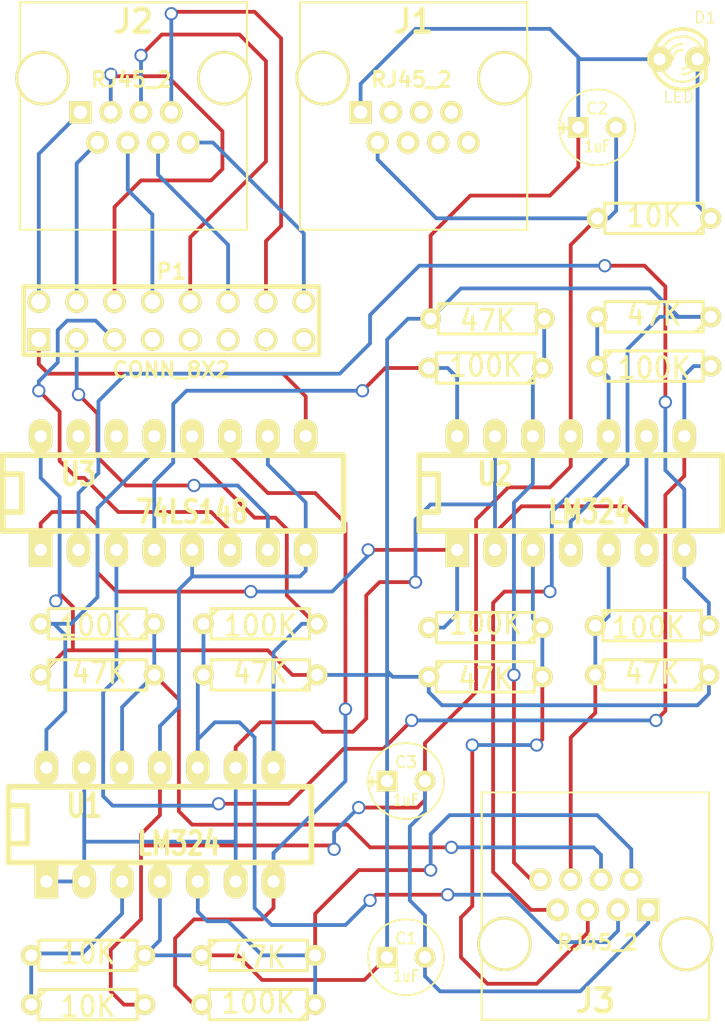
<source format=kicad_pcb>
(kicad_pcb (version 3) (host pcbnew "(22-Jun-2014 BZR 4027)-stable")

  (general
    (links 83)
    (no_connects 0)
    (area 0 0 0 0)
    (thickness 1.6)
    (drawings 0)
    (tracks 425)
    (zones 0)
    (modules 28)
    (nets 31)
  )

  (page A3)
  (layers
    (15 F.Cu signal)
    (0 B.Cu signal)
    (16 B.Adhes user)
    (17 F.Adhes user)
    (18 B.Paste user)
    (19 F.Paste user)
    (20 B.SilkS user)
    (21 F.SilkS user)
    (22 B.Mask user)
    (23 F.Mask user)
    (24 Dwgs.User user)
    (25 Cmts.User user)
    (26 Eco1.User user)
    (27 Eco2.User user)
    (28 Edge.Cuts user)
  )

  (setup
    (last_trace_width 0.254)
    (trace_clearance 0.254)
    (zone_clearance 0.508)
    (zone_45_only no)
    (trace_min 0.254)
    (segment_width 0.2)
    (edge_width 0.1)
    (via_size 0.889)
    (via_drill 0.635)
    (via_min_size 0.889)
    (via_min_drill 0.508)
    (uvia_size 0.508)
    (uvia_drill 0.127)
    (uvias_allowed no)
    (uvia_min_size 0.508)
    (uvia_min_drill 0.127)
    (pcb_text_width 0.3)
    (pcb_text_size 1.5 1.5)
    (mod_edge_width 0.15)
    (mod_text_size 1 1)
    (mod_text_width 0.15)
    (pad_size 1.5 1.5)
    (pad_drill 0.6)
    (pad_to_mask_clearance 0)
    (aux_axis_origin 0 0)
    (visible_elements FFFFFFBF)
    (pcbplotparams
      (layerselection 3178497)
      (usegerberextensions true)
      (excludeedgelayer true)
      (linewidth 0.150000)
      (plotframeref false)
      (viasonmask false)
      (mode 1)
      (useauxorigin false)
      (hpglpennumber 1)
      (hpglpenspeed 20)
      (hpglpendiameter 15)
      (hpglpenoverlay 2)
      (psnegative false)
      (psa4output false)
      (plotreference true)
      (plotvalue true)
      (plotothertext true)
      (plotinvisibletext false)
      (padsonsilk false)
      (subtractmaskfromsilk false)
      (outputformat 1)
      (mirror false)
      (drillshape 1)
      (scaleselection 1)
      (outputdirectory ""))
  )

  (net 0 "")
  (net 1 GND)
  (net 2 N-000001)
  (net 3 N-0000010)
  (net 4 N-0000011)
  (net 5 N-0000012)
  (net 6 N-0000013)
  (net 7 N-0000014)
  (net 8 N-0000015)
  (net 9 N-0000017)
  (net 10 N-0000018)
  (net 11 N-0000019)
  (net 12 N-000002)
  (net 13 N-0000020)
  (net 14 N-0000021)
  (net 15 N-0000022)
  (net 16 N-0000027)
  (net 17 N-0000028)
  (net 18 N-0000029)
  (net 19 N-000003)
  (net 20 N-0000030)
  (net 21 N-0000031)
  (net 22 N-0000032)
  (net 23 N-0000033)
  (net 24 N-0000034)
  (net 25 N-0000035)
  (net 26 N-000004)
  (net 27 N-000005)
  (net 28 N-000006)
  (net 29 N-000009)
  (net 30 VCC)

  (net_class Default "This is the default net class."
    (clearance 0.254)
    (trace_width 0.254)
    (via_dia 0.889)
    (via_drill 0.635)
    (uvia_dia 0.508)
    (uvia_drill 0.127)
    (add_net "")
    (add_net GND)
    (add_net N-000001)
    (add_net N-0000010)
    (add_net N-0000011)
    (add_net N-0000012)
    (add_net N-0000013)
    (add_net N-0000014)
    (add_net N-0000015)
    (add_net N-0000017)
    (add_net N-0000018)
    (add_net N-0000019)
    (add_net N-000002)
    (add_net N-0000020)
    (add_net N-0000021)
    (add_net N-0000022)
    (add_net N-0000027)
    (add_net N-0000028)
    (add_net N-0000029)
    (add_net N-000003)
    (add_net N-0000030)
    (add_net N-0000031)
    (add_net N-0000032)
    (add_net N-0000033)
    (add_net N-0000034)
    (add_net N-0000035)
    (add_net N-000004)
    (add_net N-000005)
    (add_net N-000006)
    (add_net N-000009)
    (add_net VCC)
  )

  (module RJ45_8_io0 (layer F.Cu) (tedit 5E9D6976) (tstamp 5EA2CD07)
    (at 56.896 20.574 180)
    (tags RJ45_8_io0)
    (path /5EA1DD53)
    (fp_text reference J1 (at 0 3.81 180) (layer F.SilkS)
      (effects (font (size 1.524 1.524) (thickness 0.3048)))
    )
    (fp_text value RJ45_2 (at 0.14224 -0.1016 180) (layer F.SilkS)
      (effects (font (size 1.00076 1.00076) (thickness 0.2032)))
    )
    (fp_line (start 7.62 -10.16) (end 7.62 5.08) (layer F.SilkS) (width 0.15))
    (fp_line (start -7.62 5.08) (end 7.62 5.08) (layer F.SilkS) (width 0.15))
    (fp_line (start -7.62 -10.16) (end -7.62 5.08) (layer F.SilkS) (width 0.15))
    (fp_line (start 7.62 -10.16) (end -7.62 -10.16) (layer F.SilkS) (width 0.127))
    (pad Hole thru_hole circle (at 6.096 0 180) (size 3.64998 3.64998) (drill 3.2512)
      (layers *.Cu *.Mask F.SilkS)
    )
    (pad Hole thru_hole circle (at -6.096 0 180) (size 3.64998 3.64998) (drill 3.2512)
      (layers *.Cu *.Mask F.SilkS)
    )
    (pad 1 thru_hole rect (at 3.556 -2.286) (size 1.50114 1.50114) (drill 0.89916)
      (layers *.Cu *.Mask F.SilkS)
      (net 30 VCC)
    )
    (pad 2 thru_hole circle (at 2.413 -4.318) (size 1.50114 1.50114) (drill 0.89916)
      (layers *.Cu *.Mask F.SilkS)
      (net 1 GND)
    )
    (pad 3 thru_hole circle (at 1.524 -2.286) (size 1.50114 1.50114) (drill 0.89916)
      (layers *.Cu *.Mask F.SilkS)
    )
    (pad 4 thru_hole circle (at 0.381 -4.318) (size 1.50114 1.50114) (drill 0.89916)
      (layers *.Cu *.Mask F.SilkS)
    )
    (pad 5 thru_hole circle (at -0.508 -2.286) (size 1.50114 1.50114) (drill 0.89916)
      (layers *.Cu *.Mask F.SilkS)
    )
    (pad 6 thru_hole circle (at -1.651 -4.318) (size 1.50114 1.50114) (drill 0.89916)
      (layers *.Cu *.Mask F.SilkS)
    )
    (pad 7 thru_hole circle (at -2.54 -2.286) (size 1.50114 1.50114) (drill 0.89916)
      (layers *.Cu *.Mask F.SilkS)
    )
    (pad 8 thru_hole circle (at -3.683 -4.318) (size 1.50114 1.50114) (drill 0.89916)
      (layers *.Cu *.Mask F.SilkS)
    )
    (model connectors/RJ45_8.wrl
      (at (xyz 0 0 0))
      (scale (xyz 0.4 0.4 0.4))
      (rotate (xyz 0 0 0))
    )
  )

  (module RJ45_8_io0 (layer F.Cu) (tedit 5E9D6976) (tstamp 5EA2CD19)
    (at 38.1 20.574 180)
    (tags RJ45_8_io0)
    (path /5EA1DD3A)
    (fp_text reference J2 (at 0 3.81 180) (layer F.SilkS)
      (effects (font (size 1.524 1.524) (thickness 0.3048)))
    )
    (fp_text value RJ45_2 (at 0.14224 -0.1016 180) (layer F.SilkS)
      (effects (font (size 1.00076 1.00076) (thickness 0.2032)))
    )
    (fp_line (start 7.62 -10.16) (end 7.62 5.08) (layer F.SilkS) (width 0.15))
    (fp_line (start -7.62 5.08) (end 7.62 5.08) (layer F.SilkS) (width 0.15))
    (fp_line (start -7.62 -10.16) (end -7.62 5.08) (layer F.SilkS) (width 0.15))
    (fp_line (start 7.62 -10.16) (end -7.62 -10.16) (layer F.SilkS) (width 0.127))
    (pad Hole thru_hole circle (at 6.096 0 180) (size 3.64998 3.64998) (drill 3.2512)
      (layers *.Cu *.Mask F.SilkS)
    )
    (pad Hole thru_hole circle (at -6.096 0 180) (size 3.64998 3.64998) (drill 3.2512)
      (layers *.Cu *.Mask F.SilkS)
    )
    (pad 1 thru_hole rect (at 3.556 -2.286) (size 1.50114 1.50114) (drill 0.89916)
      (layers *.Cu *.Mask F.SilkS)
      (net 6 N-0000013)
    )
    (pad 2 thru_hole circle (at 2.413 -4.318) (size 1.50114 1.50114) (drill 0.89916)
      (layers *.Cu *.Mask F.SilkS)
      (net 8 N-0000015)
    )
    (pad 3 thru_hole circle (at 1.524 -2.286) (size 1.50114 1.50114) (drill 0.89916)
      (layers *.Cu *.Mask F.SilkS)
      (net 15 N-0000022)
    )
    (pad 4 thru_hole circle (at 0.381 -4.318) (size 1.50114 1.50114) (drill 0.89916)
      (layers *.Cu *.Mask F.SilkS)
      (net 14 N-0000021)
    )
    (pad 5 thru_hole circle (at -0.508 -2.286) (size 1.50114 1.50114) (drill 0.89916)
      (layers *.Cu *.Mask F.SilkS)
      (net 13 N-0000020)
    )
    (pad 6 thru_hole circle (at -1.651 -4.318) (size 1.50114 1.50114) (drill 0.89916)
      (layers *.Cu *.Mask F.SilkS)
      (net 11 N-0000019)
    )
    (pad 7 thru_hole circle (at -2.54 -2.286) (size 1.50114 1.50114) (drill 0.89916)
      (layers *.Cu *.Mask F.SilkS)
      (net 10 N-0000018)
    )
    (pad 8 thru_hole circle (at -3.683 -4.318) (size 1.50114 1.50114) (drill 0.89916)
      (layers *.Cu *.Mask F.SilkS)
      (net 9 N-0000017)
    )
    (model connectors/RJ45_8.wrl
      (at (xyz 0 0 0))
      (scale (xyz 0.4 0.4 0.4))
      (rotate (xyz 0 0 0))
    )
  )

  (module RJ45_8_io0 (layer F.Cu) (tedit 5E9D6976) (tstamp 5EA2DCBD)
    (at 69.088 78.613)
    (tags RJ45_8_io0)
    (path /5EA1D241)
    (fp_text reference J3 (at 0 3.81) (layer F.SilkS)
      (effects (font (size 1.524 1.524) (thickness 0.3048)))
    )
    (fp_text value RJ45_2 (at 0.14224 -0.1016) (layer F.SilkS)
      (effects (font (size 1.00076 1.00076) (thickness 0.2032)))
    )
    (fp_line (start 7.62 -10.16) (end 7.62 5.08) (layer F.SilkS) (width 0.15))
    (fp_line (start -7.62 5.08) (end 7.62 5.08) (layer F.SilkS) (width 0.15))
    (fp_line (start -7.62 -10.16) (end -7.62 5.08) (layer F.SilkS) (width 0.15))
    (fp_line (start 7.62 -10.16) (end -7.62 -10.16) (layer F.SilkS) (width 0.127))
    (pad Hole thru_hole circle (at 6.096 0) (size 3.64998 3.64998) (drill 3.2512)
      (layers *.Cu *.Mask F.SilkS)
    )
    (pad Hole thru_hole circle (at -6.096 0) (size 3.64998 3.64998) (drill 3.2512)
      (layers *.Cu *.Mask F.SilkS)
    )
    (pad 1 thru_hole rect (at 3.556 -2.286 180) (size 1.50114 1.50114) (drill 0.89916)
      (layers *.Cu *.Mask F.SilkS)
      (net 1 GND)
    )
    (pad 2 thru_hole circle (at 2.413 -4.318 180) (size 1.50114 1.50114) (drill 0.89916)
      (layers *.Cu *.Mask F.SilkS)
      (net 21 N-0000031)
    )
    (pad 3 thru_hole circle (at 1.524 -2.286 180) (size 1.50114 1.50114) (drill 0.89916)
      (layers *.Cu *.Mask F.SilkS)
      (net 20 N-0000030)
    )
    (pad 4 thru_hole circle (at 0.381 -4.318 180) (size 1.50114 1.50114) (drill 0.89916)
      (layers *.Cu *.Mask F.SilkS)
      (net 18 N-0000029)
    )
    (pad 5 thru_hole circle (at -0.508 -2.286 180) (size 1.50114 1.50114) (drill 0.89916)
      (layers *.Cu *.Mask F.SilkS)
      (net 17 N-0000028)
    )
    (pad 6 thru_hole circle (at -1.651 -4.318 180) (size 1.50114 1.50114) (drill 0.89916)
      (layers *.Cu *.Mask F.SilkS)
      (net 16 N-0000027)
    )
    (pad 7 thru_hole circle (at -2.54 -2.286 180) (size 1.50114 1.50114) (drill 0.89916)
      (layers *.Cu *.Mask F.SilkS)
      (net 23 N-0000033)
    )
    (pad 8 thru_hole circle (at -3.683 -4.318 180) (size 1.50114 1.50114) (drill 0.89916)
      (layers *.Cu *.Mask F.SilkS)
      (net 22 N-0000032)
    )
    (model connectors/RJ45_8.wrl
      (at (xyz 0 0 0))
      (scale (xyz 0.4 0.4 0.4))
      (rotate (xyz 0 0 0))
    )
  )

  (module R3 (layer F.Cu) (tedit 4E4C0E65) (tstamp 5EA2CD39)
    (at 73.025 36.576 180)
    (descr "Resitance 3 pas")
    (tags R)
    (path /5EA1C8E9)
    (autoplace_cost180 10)
    (fp_text reference R13 (at 0 0.127 180) (layer F.SilkS) hide
      (effects (font (size 1.397 1.27) (thickness 0.2032)))
    )
    (fp_text value 47K (at 0 0.127 180) (layer F.SilkS)
      (effects (font (size 1.397 1.27) (thickness 0.2032)))
    )
    (fp_line (start -3.81 0) (end -3.302 0) (layer F.SilkS) (width 0.2032))
    (fp_line (start 3.81 0) (end 3.302 0) (layer F.SilkS) (width 0.2032))
    (fp_line (start 3.302 0) (end 3.302 -1.016) (layer F.SilkS) (width 0.2032))
    (fp_line (start 3.302 -1.016) (end -3.302 -1.016) (layer F.SilkS) (width 0.2032))
    (fp_line (start -3.302 -1.016) (end -3.302 1.016) (layer F.SilkS) (width 0.2032))
    (fp_line (start -3.302 1.016) (end 3.302 1.016) (layer F.SilkS) (width 0.2032))
    (fp_line (start 3.302 1.016) (end 3.302 0) (layer F.SilkS) (width 0.2032))
    (fp_line (start -3.302 -0.508) (end -2.794 -1.016) (layer F.SilkS) (width 0.2032))
    (pad 1 thru_hole circle (at -3.81 0 180) (size 1.397 1.397) (drill 0.8128)
      (layers *.Cu *.Mask F.SilkS)
      (net 30 VCC)
    )
    (pad 2 thru_hole circle (at 3.81 0 180) (size 1.397 1.397) (drill 0.8128)
      (layers *.Cu *.Mask F.SilkS)
      (net 23 N-0000033)
    )
    (model discret/resistor.wrl
      (at (xyz 0 0 0))
      (scale (xyz 0.3 0.3 0.3))
      (rotate (xyz 0 0 0))
    )
  )

  (module R3 (layer F.Cu) (tedit 4E4C0E65) (tstamp 5EA2CD47)
    (at 73.025 29.972 180)
    (descr "Resitance 3 pas")
    (tags R)
    (path /5EA1E3CB)
    (autoplace_cost180 10)
    (fp_text reference R17 (at 0 0.127 180) (layer F.SilkS) hide
      (effects (font (size 1.397 1.27) (thickness 0.2032)))
    )
    (fp_text value 10K (at 0 0.127 180) (layer F.SilkS)
      (effects (font (size 1.397 1.27) (thickness 0.2032)))
    )
    (fp_line (start -3.81 0) (end -3.302 0) (layer F.SilkS) (width 0.2032))
    (fp_line (start 3.81 0) (end 3.302 0) (layer F.SilkS) (width 0.2032))
    (fp_line (start 3.302 0) (end 3.302 -1.016) (layer F.SilkS) (width 0.2032))
    (fp_line (start 3.302 -1.016) (end -3.302 -1.016) (layer F.SilkS) (width 0.2032))
    (fp_line (start -3.302 -1.016) (end -3.302 1.016) (layer F.SilkS) (width 0.2032))
    (fp_line (start -3.302 1.016) (end 3.302 1.016) (layer F.SilkS) (width 0.2032))
    (fp_line (start 3.302 1.016) (end 3.302 0) (layer F.SilkS) (width 0.2032))
    (fp_line (start -3.302 -0.508) (end -2.794 -1.016) (layer F.SilkS) (width 0.2032))
    (pad 1 thru_hole circle (at -3.81 0 180) (size 1.397 1.397) (drill 0.8128)
      (layers *.Cu *.Mask F.SilkS)
      (net 4 N-0000011)
    )
    (pad 2 thru_hole circle (at 3.81 0 180) (size 1.397 1.397) (drill 0.8128)
      (layers *.Cu *.Mask F.SilkS)
      (net 1 GND)
    )
    (model discret/resistor.wrl
      (at (xyz 0 0 0))
      (scale (xyz 0.3 0.3 0.3))
      (rotate (xyz 0 0 0))
    )
  )

  (module R3 (layer F.Cu) (tedit 4E4C0E65) (tstamp 5EA2CD55)
    (at 61.849 36.703)
    (descr "Resitance 3 pas")
    (tags R)
    (path /5EA1C916)
    (autoplace_cost180 10)
    (fp_text reference R15 (at 0 0.127) (layer F.SilkS) hide
      (effects (font (size 1.397 1.27) (thickness 0.2032)))
    )
    (fp_text value 47K (at 0 0.127) (layer F.SilkS)
      (effects (font (size 1.397 1.27) (thickness 0.2032)))
    )
    (fp_line (start -3.81 0) (end -3.302 0) (layer F.SilkS) (width 0.2032))
    (fp_line (start 3.81 0) (end 3.302 0) (layer F.SilkS) (width 0.2032))
    (fp_line (start 3.302 0) (end 3.302 -1.016) (layer F.SilkS) (width 0.2032))
    (fp_line (start 3.302 -1.016) (end -3.302 -1.016) (layer F.SilkS) (width 0.2032))
    (fp_line (start -3.302 -1.016) (end -3.302 1.016) (layer F.SilkS) (width 0.2032))
    (fp_line (start -3.302 1.016) (end 3.302 1.016) (layer F.SilkS) (width 0.2032))
    (fp_line (start 3.302 1.016) (end 3.302 0) (layer F.SilkS) (width 0.2032))
    (fp_line (start -3.302 -0.508) (end -2.794 -1.016) (layer F.SilkS) (width 0.2032))
    (pad 1 thru_hole circle (at -3.81 0) (size 1.397 1.397) (drill 0.8128)
      (layers *.Cu *.Mask F.SilkS)
      (net 30 VCC)
    )
    (pad 2 thru_hole circle (at 3.81 0) (size 1.397 1.397) (drill 0.8128)
      (layers *.Cu *.Mask F.SilkS)
      (net 22 N-0000032)
    )
    (model discret/resistor.wrl
      (at (xyz 0 0 0))
      (scale (xyz 0.3 0.3 0.3))
      (rotate (xyz 0 0 0))
    )
  )

  (module R3 (layer F.Cu) (tedit 4E4C0E65) (tstamp 5EA2CD63)
    (at 61.722 40.005 180)
    (descr "Resitance 3 pas")
    (tags R)
    (path /5EA1C907)
    (autoplace_cost180 10)
    (fp_text reference R16 (at 0 0.127 180) (layer F.SilkS) hide
      (effects (font (size 1.397 1.27) (thickness 0.2032)))
    )
    (fp_text value 100K (at 0 0.127 180) (layer F.SilkS)
      (effects (font (size 1.397 1.27) (thickness 0.2032)))
    )
    (fp_line (start -3.81 0) (end -3.302 0) (layer F.SilkS) (width 0.2032))
    (fp_line (start 3.81 0) (end 3.302 0) (layer F.SilkS) (width 0.2032))
    (fp_line (start 3.302 0) (end 3.302 -1.016) (layer F.SilkS) (width 0.2032))
    (fp_line (start 3.302 -1.016) (end -3.302 -1.016) (layer F.SilkS) (width 0.2032))
    (fp_line (start -3.302 -1.016) (end -3.302 1.016) (layer F.SilkS) (width 0.2032))
    (fp_line (start -3.302 1.016) (end 3.302 1.016) (layer F.SilkS) (width 0.2032))
    (fp_line (start 3.302 1.016) (end 3.302 0) (layer F.SilkS) (width 0.2032))
    (fp_line (start -3.302 -0.508) (end -2.794 -1.016) (layer F.SilkS) (width 0.2032))
    (pad 1 thru_hole circle (at -3.81 0 180) (size 1.397 1.397) (drill 0.8128)
      (layers *.Cu *.Mask F.SilkS)
      (net 22 N-0000032)
    )
    (pad 2 thru_hole circle (at 3.81 0 180) (size 1.397 1.397) (drill 0.8128)
      (layers *.Cu *.Mask F.SilkS)
      (net 7 N-0000014)
    )
    (model discret/resistor.wrl
      (at (xyz 0 0 0))
      (scale (xyz 0.3 0.3 0.3))
      (rotate (xyz 0 0 0))
    )
  )

  (module R3 (layer F.Cu) (tedit 4E4C0E65) (tstamp 5EA2CD71)
    (at 73.025 39.878)
    (descr "Resitance 3 pas")
    (tags R)
    (path /5EA1C8F8)
    (autoplace_cost180 10)
    (fp_text reference R14 (at 0 0.127) (layer F.SilkS) hide
      (effects (font (size 1.397 1.27) (thickness 0.2032)))
    )
    (fp_text value 100K (at 0 0.127) (layer F.SilkS)
      (effects (font (size 1.397 1.27) (thickness 0.2032)))
    )
    (fp_line (start -3.81 0) (end -3.302 0) (layer F.SilkS) (width 0.2032))
    (fp_line (start 3.81 0) (end 3.302 0) (layer F.SilkS) (width 0.2032))
    (fp_line (start 3.302 0) (end 3.302 -1.016) (layer F.SilkS) (width 0.2032))
    (fp_line (start 3.302 -1.016) (end -3.302 -1.016) (layer F.SilkS) (width 0.2032))
    (fp_line (start -3.302 -1.016) (end -3.302 1.016) (layer F.SilkS) (width 0.2032))
    (fp_line (start -3.302 1.016) (end 3.302 1.016) (layer F.SilkS) (width 0.2032))
    (fp_line (start 3.302 1.016) (end 3.302 0) (layer F.SilkS) (width 0.2032))
    (fp_line (start -3.302 -0.508) (end -2.794 -1.016) (layer F.SilkS) (width 0.2032))
    (pad 1 thru_hole circle (at -3.81 0) (size 1.397 1.397) (drill 0.8128)
      (layers *.Cu *.Mask F.SilkS)
      (net 23 N-0000033)
    )
    (pad 2 thru_hole circle (at 3.81 0) (size 1.397 1.397) (drill 0.8128)
      (layers *.Cu *.Mask F.SilkS)
      (net 27 N-000005)
    )
    (model discret/resistor.wrl
      (at (xyz 0 0 0))
      (scale (xyz 0.3 0.3 0.3))
      (rotate (xyz 0 0 0))
    )
  )

  (module R3 (layer F.Cu) (tedit 4E4C0E65) (tstamp 5EA2CD7F)
    (at 72.898 60.579 180)
    (descr "Resitance 3 pas")
    (tags R)
    (path /5EA1C8DA)
    (autoplace_cost180 10)
    (fp_text reference R11 (at 0 0.127 180) (layer F.SilkS) hide
      (effects (font (size 1.397 1.27) (thickness 0.2032)))
    )
    (fp_text value 47K (at 0 0.127 180) (layer F.SilkS)
      (effects (font (size 1.397 1.27) (thickness 0.2032)))
    )
    (fp_line (start -3.81 0) (end -3.302 0) (layer F.SilkS) (width 0.2032))
    (fp_line (start 3.81 0) (end 3.302 0) (layer F.SilkS) (width 0.2032))
    (fp_line (start 3.302 0) (end 3.302 -1.016) (layer F.SilkS) (width 0.2032))
    (fp_line (start 3.302 -1.016) (end -3.302 -1.016) (layer F.SilkS) (width 0.2032))
    (fp_line (start -3.302 -1.016) (end -3.302 1.016) (layer F.SilkS) (width 0.2032))
    (fp_line (start -3.302 1.016) (end 3.302 1.016) (layer F.SilkS) (width 0.2032))
    (fp_line (start 3.302 1.016) (end 3.302 0) (layer F.SilkS) (width 0.2032))
    (fp_line (start -3.302 -0.508) (end -2.794 -1.016) (layer F.SilkS) (width 0.2032))
    (pad 1 thru_hole circle (at -3.81 0 180) (size 1.397 1.397) (drill 0.8128)
      (layers *.Cu *.Mask F.SilkS)
      (net 30 VCC)
    )
    (pad 2 thru_hole circle (at 3.81 0 180) (size 1.397 1.397) (drill 0.8128)
      (layers *.Cu *.Mask F.SilkS)
      (net 16 N-0000027)
    )
    (model discret/resistor.wrl
      (at (xyz 0 0 0))
      (scale (xyz 0.3 0.3 0.3))
      (rotate (xyz 0 0 0))
    )
  )

  (module R3 (layer F.Cu) (tedit 5EA2D773) (tstamp 5EA2CD8D)
    (at 72.898 57.277)
    (descr "Resitance 3 pas")
    (tags R)
    (path /5EA1C8CB)
    (autoplace_cost180 10)
    (fp_text reference R12 (at 0 0.127) (layer F.SilkS) hide
      (effects (font (size 1.397 1.27) (thickness 0.2032)))
    )
    (fp_text value 100K (at -0.254 0.127) (layer F.SilkS)
      (effects (font (size 1.397 1.27) (thickness 0.2032)))
    )
    (fp_line (start -3.81 0) (end -3.302 0) (layer F.SilkS) (width 0.2032))
    (fp_line (start 3.81 0) (end 3.302 0) (layer F.SilkS) (width 0.2032))
    (fp_line (start 3.302 0) (end 3.302 -1.016) (layer F.SilkS) (width 0.2032))
    (fp_line (start 3.302 -1.016) (end -3.302 -1.016) (layer F.SilkS) (width 0.2032))
    (fp_line (start -3.302 -1.016) (end -3.302 1.016) (layer F.SilkS) (width 0.2032))
    (fp_line (start -3.302 1.016) (end 3.302 1.016) (layer F.SilkS) (width 0.2032))
    (fp_line (start 3.302 1.016) (end 3.302 0) (layer F.SilkS) (width 0.2032))
    (fp_line (start -3.302 -0.508) (end -2.794 -1.016) (layer F.SilkS) (width 0.2032))
    (pad 1 thru_hole circle (at -3.81 0) (size 1.397 1.397) (drill 0.8128)
      (layers *.Cu *.Mask F.SilkS)
      (net 16 N-0000027)
    )
    (pad 2 thru_hole circle (at 3.81 0) (size 1.397 1.397) (drill 0.8128)
      (layers *.Cu *.Mask F.SilkS)
      (net 2 N-000001)
    )
    (model discret/resistor.wrl
      (at (xyz 0 0 0))
      (scale (xyz 0.3 0.3 0.3))
      (rotate (xyz 0 0 0))
    )
  )

  (module R3 (layer F.Cu) (tedit 5EA2CF97) (tstamp 5EA2CD9B)
    (at 61.722 57.404 180)
    (descr "Resitance 3 pas")
    (tags R)
    (path /5EA1C8BC)
    (autoplace_cost180 10)
    (fp_text reference R10 (at 0 0.127 180) (layer F.SilkS) hide
      (effects (font (size 1.397 1.27) (thickness 0.2032)))
    )
    (fp_text value 100K (at 0 0.254 180) (layer F.SilkS)
      (effects (font (size 1.397 1.27) (thickness 0.2032)))
    )
    (fp_line (start -3.81 0) (end -3.302 0) (layer F.SilkS) (width 0.2032))
    (fp_line (start 3.81 0) (end 3.302 0) (layer F.SilkS) (width 0.2032))
    (fp_line (start 3.302 0) (end 3.302 -1.016) (layer F.SilkS) (width 0.2032))
    (fp_line (start 3.302 -1.016) (end -3.302 -1.016) (layer F.SilkS) (width 0.2032))
    (fp_line (start -3.302 -1.016) (end -3.302 1.016) (layer F.SilkS) (width 0.2032))
    (fp_line (start -3.302 1.016) (end 3.302 1.016) (layer F.SilkS) (width 0.2032))
    (fp_line (start 3.302 1.016) (end 3.302 0) (layer F.SilkS) (width 0.2032))
    (fp_line (start -3.302 -0.508) (end -2.794 -1.016) (layer F.SilkS) (width 0.2032))
    (pad 1 thru_hole circle (at -3.81 0 180) (size 1.397 1.397) (drill 0.8128)
      (layers *.Cu *.Mask F.SilkS)
      (net 17 N-0000028)
    )
    (pad 2 thru_hole circle (at 3.81 0 180) (size 1.397 1.397) (drill 0.8128)
      (layers *.Cu *.Mask F.SilkS)
      (net 12 N-000002)
    )
    (model discret/resistor.wrl
      (at (xyz 0 0 0))
      (scale (xyz 0.3 0.3 0.3))
      (rotate (xyz 0 0 0))
    )
  )

  (module R3 (layer F.Cu) (tedit 5EA2E9B5) (tstamp 5EA2CDA9)
    (at 35.687 57.15 180)
    (descr "Resitance 3 pas")
    (tags R)
    (path /5EA1C89E)
    (autoplace_cost180 10)
    (fp_text reference R8 (at 0 0.127 180) (layer F.SilkS) hide
      (effects (font (size 1.397 1.27) (thickness 0.2032)))
    )
    (fp_text value 100K (at 0.127 -0.127 180) (layer F.SilkS)
      (effects (font (size 1.397 1.27) (thickness 0.2032)))
    )
    (fp_line (start -3.81 0) (end -3.302 0) (layer F.SilkS) (width 0.2032))
    (fp_line (start 3.81 0) (end 3.302 0) (layer F.SilkS) (width 0.2032))
    (fp_line (start 3.302 0) (end 3.302 -1.016) (layer F.SilkS) (width 0.2032))
    (fp_line (start 3.302 -1.016) (end -3.302 -1.016) (layer F.SilkS) (width 0.2032))
    (fp_line (start -3.302 -1.016) (end -3.302 1.016) (layer F.SilkS) (width 0.2032))
    (fp_line (start -3.302 1.016) (end 3.302 1.016) (layer F.SilkS) (width 0.2032))
    (fp_line (start 3.302 1.016) (end 3.302 0) (layer F.SilkS) (width 0.2032))
    (fp_line (start -3.302 -0.508) (end -2.794 -1.016) (layer F.SilkS) (width 0.2032))
    (pad 1 thru_hole circle (at -3.81 0 180) (size 1.397 1.397) (drill 0.8128)
      (layers *.Cu *.Mask F.SilkS)
      (net 18 N-0000029)
    )
    (pad 2 thru_hole circle (at 3.81 0 180) (size 1.397 1.397) (drill 0.8128)
      (layers *.Cu *.Mask F.SilkS)
      (net 19 N-000003)
    )
    (model discret/resistor.wrl
      (at (xyz 0 0 0))
      (scale (xyz 0.3 0.3 0.3))
      (rotate (xyz 0 0 0))
    )
  )

  (module R3 (layer F.Cu) (tedit 4E4C0E65) (tstamp 5EA2CDB7)
    (at 35.052 79.375 180)
    (descr "Resitance 3 pas")
    (tags R)
    (path /5EA1C12D)
    (autoplace_cost180 10)
    (fp_text reference R1 (at 0 0.127 180) (layer F.SilkS) hide
      (effects (font (size 1.397 1.27) (thickness 0.2032)))
    )
    (fp_text value 10K (at 0 0.127 180) (layer F.SilkS)
      (effects (font (size 1.397 1.27) (thickness 0.2032)))
    )
    (fp_line (start -3.81 0) (end -3.302 0) (layer F.SilkS) (width 0.2032))
    (fp_line (start 3.81 0) (end 3.302 0) (layer F.SilkS) (width 0.2032))
    (fp_line (start 3.302 0) (end 3.302 -1.016) (layer F.SilkS) (width 0.2032))
    (fp_line (start 3.302 -1.016) (end -3.302 -1.016) (layer F.SilkS) (width 0.2032))
    (fp_line (start -3.302 -1.016) (end -3.302 1.016) (layer F.SilkS) (width 0.2032))
    (fp_line (start -3.302 1.016) (end 3.302 1.016) (layer F.SilkS) (width 0.2032))
    (fp_line (start 3.302 1.016) (end 3.302 0) (layer F.SilkS) (width 0.2032))
    (fp_line (start -3.302 -0.508) (end -2.794 -1.016) (layer F.SilkS) (width 0.2032))
    (pad 1 thru_hole circle (at -3.81 0 180) (size 1.397 1.397) (drill 0.8128)
      (layers *.Cu *.Mask F.SilkS)
      (net 30 VCC)
    )
    (pad 2 thru_hole circle (at 3.81 0 180) (size 1.397 1.397) (drill 0.8128)
      (layers *.Cu *.Mask F.SilkS)
      (net 25 N-0000035)
    )
    (model discret/resistor.wrl
      (at (xyz 0 0 0))
      (scale (xyz 0.3 0.3 0.3))
      (rotate (xyz 0 0 0))
    )
  )

  (module R3 (layer F.Cu) (tedit 4E4C0E65) (tstamp 5EA2CDC5)
    (at 35.052 82.677)
    (descr "Resitance 3 pas")
    (tags R)
    (path /5EA1C13C)
    (autoplace_cost180 10)
    (fp_text reference R2 (at 0 0.127) (layer F.SilkS) hide
      (effects (font (size 1.397 1.27) (thickness 0.2032)))
    )
    (fp_text value 10K (at 0 0.127) (layer F.SilkS)
      (effects (font (size 1.397 1.27) (thickness 0.2032)))
    )
    (fp_line (start -3.81 0) (end -3.302 0) (layer F.SilkS) (width 0.2032))
    (fp_line (start 3.81 0) (end 3.302 0) (layer F.SilkS) (width 0.2032))
    (fp_line (start 3.302 0) (end 3.302 -1.016) (layer F.SilkS) (width 0.2032))
    (fp_line (start 3.302 -1.016) (end -3.302 -1.016) (layer F.SilkS) (width 0.2032))
    (fp_line (start -3.302 -1.016) (end -3.302 1.016) (layer F.SilkS) (width 0.2032))
    (fp_line (start -3.302 1.016) (end 3.302 1.016) (layer F.SilkS) (width 0.2032))
    (fp_line (start 3.302 1.016) (end 3.302 0) (layer F.SilkS) (width 0.2032))
    (fp_line (start -3.302 -0.508) (end -2.794 -1.016) (layer F.SilkS) (width 0.2032))
    (pad 1 thru_hole circle (at -3.81 0) (size 1.397 1.397) (drill 0.8128)
      (layers *.Cu *.Mask F.SilkS)
      (net 25 N-0000035)
    )
    (pad 2 thru_hole circle (at 3.81 0) (size 1.397 1.397) (drill 0.8128)
      (layers *.Cu *.Mask F.SilkS)
      (net 1 GND)
    )
    (model discret/resistor.wrl
      (at (xyz 0 0 0))
      (scale (xyz 0.3 0.3 0.3))
      (rotate (xyz 0 0 0))
    )
  )

  (module R3 (layer F.Cu) (tedit 4E4C0E65) (tstamp 5EA2CDD3)
    (at 46.482 79.375)
    (descr "Resitance 3 pas")
    (tags R)
    (path /5EA1C163)
    (autoplace_cost180 10)
    (fp_text reference R3 (at 0 0.127) (layer F.SilkS) hide
      (effects (font (size 1.397 1.27) (thickness 0.2032)))
    )
    (fp_text value 47K (at 0 0.127) (layer F.SilkS)
      (effects (font (size 1.397 1.27) (thickness 0.2032)))
    )
    (fp_line (start -3.81 0) (end -3.302 0) (layer F.SilkS) (width 0.2032))
    (fp_line (start 3.81 0) (end 3.302 0) (layer F.SilkS) (width 0.2032))
    (fp_line (start 3.302 0) (end 3.302 -1.016) (layer F.SilkS) (width 0.2032))
    (fp_line (start 3.302 -1.016) (end -3.302 -1.016) (layer F.SilkS) (width 0.2032))
    (fp_line (start -3.302 -1.016) (end -3.302 1.016) (layer F.SilkS) (width 0.2032))
    (fp_line (start -3.302 1.016) (end 3.302 1.016) (layer F.SilkS) (width 0.2032))
    (fp_line (start 3.302 1.016) (end 3.302 0) (layer F.SilkS) (width 0.2032))
    (fp_line (start -3.302 -0.508) (end -2.794 -1.016) (layer F.SilkS) (width 0.2032))
    (pad 1 thru_hole circle (at -3.81 0) (size 1.397 1.397) (drill 0.8128)
      (layers *.Cu *.Mask F.SilkS)
      (net 30 VCC)
    )
    (pad 2 thru_hole circle (at 3.81 0) (size 1.397 1.397) (drill 0.8128)
      (layers *.Cu *.Mask F.SilkS)
      (net 21 N-0000031)
    )
    (model discret/resistor.wrl
      (at (xyz 0 0 0))
      (scale (xyz 0.3 0.3 0.3))
      (rotate (xyz 0 0 0))
    )
  )

  (module R3 (layer F.Cu) (tedit 4E4C0E65) (tstamp 5EA2CDE1)
    (at 46.482 82.677 180)
    (descr "Resitance 3 pas")
    (tags R)
    (path /5EA1C1F1)
    (autoplace_cost180 10)
    (fp_text reference R4 (at 0 0.127 180) (layer F.SilkS) hide
      (effects (font (size 1.397 1.27) (thickness 0.2032)))
    )
    (fp_text value 100K (at 0 0.127 180) (layer F.SilkS)
      (effects (font (size 1.397 1.27) (thickness 0.2032)))
    )
    (fp_line (start -3.81 0) (end -3.302 0) (layer F.SilkS) (width 0.2032))
    (fp_line (start 3.81 0) (end 3.302 0) (layer F.SilkS) (width 0.2032))
    (fp_line (start 3.302 0) (end 3.302 -1.016) (layer F.SilkS) (width 0.2032))
    (fp_line (start 3.302 -1.016) (end -3.302 -1.016) (layer F.SilkS) (width 0.2032))
    (fp_line (start -3.302 -1.016) (end -3.302 1.016) (layer F.SilkS) (width 0.2032))
    (fp_line (start -3.302 1.016) (end 3.302 1.016) (layer F.SilkS) (width 0.2032))
    (fp_line (start 3.302 1.016) (end 3.302 0) (layer F.SilkS) (width 0.2032))
    (fp_line (start -3.302 -0.508) (end -2.794 -1.016) (layer F.SilkS) (width 0.2032))
    (pad 1 thru_hole circle (at -3.81 0 180) (size 1.397 1.397) (drill 0.8128)
      (layers *.Cu *.Mask F.SilkS)
      (net 21 N-0000031)
    )
    (pad 2 thru_hole circle (at 3.81 0 180) (size 1.397 1.397) (drill 0.8128)
      (layers *.Cu *.Mask F.SilkS)
      (net 5 N-0000012)
    )
    (model discret/resistor.wrl
      (at (xyz 0 0 0))
      (scale (xyz 0.3 0.3 0.3))
      (rotate (xyz 0 0 0))
    )
  )

  (module R3 (layer F.Cu) (tedit 4E4C0E65) (tstamp 5EA2CDEF)
    (at 46.609 57.15)
    (descr "Resitance 3 pas")
    (tags R)
    (path /5EA1C735)
    (autoplace_cost180 10)
    (fp_text reference R6 (at 0 0.127) (layer F.SilkS) hide
      (effects (font (size 1.397 1.27) (thickness 0.2032)))
    )
    (fp_text value 100K (at 0 0.127) (layer F.SilkS)
      (effects (font (size 1.397 1.27) (thickness 0.2032)))
    )
    (fp_line (start -3.81 0) (end -3.302 0) (layer F.SilkS) (width 0.2032))
    (fp_line (start 3.81 0) (end 3.302 0) (layer F.SilkS) (width 0.2032))
    (fp_line (start 3.302 0) (end 3.302 -1.016) (layer F.SilkS) (width 0.2032))
    (fp_line (start 3.302 -1.016) (end -3.302 -1.016) (layer F.SilkS) (width 0.2032))
    (fp_line (start -3.302 -1.016) (end -3.302 1.016) (layer F.SilkS) (width 0.2032))
    (fp_line (start -3.302 1.016) (end 3.302 1.016) (layer F.SilkS) (width 0.2032))
    (fp_line (start 3.302 1.016) (end 3.302 0) (layer F.SilkS) (width 0.2032))
    (fp_line (start -3.302 -0.508) (end -2.794 -1.016) (layer F.SilkS) (width 0.2032))
    (pad 1 thru_hole circle (at -3.81 0) (size 1.397 1.397) (drill 0.8128)
      (layers *.Cu *.Mask F.SilkS)
      (net 20 N-0000030)
    )
    (pad 2 thru_hole circle (at 3.81 0) (size 1.397 1.397) (drill 0.8128)
      (layers *.Cu *.Mask F.SilkS)
      (net 26 N-000004)
    )
    (model discret/resistor.wrl
      (at (xyz 0 0 0))
      (scale (xyz 0.3 0.3 0.3))
      (rotate (xyz 0 0 0))
    )
  )

  (module R3 (layer F.Cu) (tedit 5EA2E4DE) (tstamp 5EA2CDFD)
    (at 46.609 60.579 180)
    (descr "Resitance 3 pas")
    (tags R)
    (path /5EA1C74E)
    (autoplace_cost180 10)
    (fp_text reference R5 (at 0 0.127 180) (layer F.SilkS) hide
      (effects (font (size 1.397 1.27) (thickness 0.2032)))
    )
    (fp_text value 47K (at 0 0.127 180) (layer F.SilkS)
      (effects (font (size 1.397 1.27) (thickness 0.2032)))
    )
    (fp_line (start -3.81 0) (end -3.302 0) (layer F.SilkS) (width 0.2032))
    (fp_line (start 3.81 0) (end 3.302 0) (layer F.SilkS) (width 0.2032))
    (fp_line (start 3.302 0) (end 3.302 -1.016) (layer F.SilkS) (width 0.2032))
    (fp_line (start 3.302 -1.016) (end -3.302 -1.016) (layer F.SilkS) (width 0.2032))
    (fp_line (start -3.302 -1.016) (end -3.302 1.016) (layer F.SilkS) (width 0.2032))
    (fp_line (start -3.302 1.016) (end 3.302 1.016) (layer F.SilkS) (width 0.2032))
    (fp_line (start 3.302 1.016) (end 3.302 0) (layer F.SilkS) (width 0.2032))
    (fp_line (start -3.302 -0.508) (end -2.794 -1.016) (layer F.SilkS) (width 0.2032))
    (pad 1 thru_hole circle (at -3.81 0 180) (size 1.397 1.397) (drill 0.8128)
      (layers *.Cu *.Mask F.SilkS)
      (net 30 VCC)
    )
    (pad 2 thru_hole circle (at 3.81 0 180) (size 1.397 1.397) (drill 0.8128)
      (layers *.Cu *.Mask F.SilkS)
      (net 20 N-0000030)
    )
    (model discret/resistor.wrl
      (at (xyz 0 0 0))
      (scale (xyz 0.3 0.3 0.3))
      (rotate (xyz 0 0 0))
    )
  )

  (module R3 (layer F.Cu) (tedit 5EA2E9B9) (tstamp 5EA2CE0B)
    (at 35.687 60.579)
    (descr "Resitance 3 pas")
    (tags R)
    (path /5EA1C88F)
    (autoplace_cost180 10)
    (fp_text reference R7 (at 0 0.127) (layer F.SilkS) hide
      (effects (font (size 1.397 1.27) (thickness 0.2032)))
    )
    (fp_text value 47K (at 0.127 -0.127) (layer F.SilkS)
      (effects (font (size 1.397 1.27) (thickness 0.2032)))
    )
    (fp_line (start -3.81 0) (end -3.302 0) (layer F.SilkS) (width 0.2032))
    (fp_line (start 3.81 0) (end 3.302 0) (layer F.SilkS) (width 0.2032))
    (fp_line (start 3.302 0) (end 3.302 -1.016) (layer F.SilkS) (width 0.2032))
    (fp_line (start 3.302 -1.016) (end -3.302 -1.016) (layer F.SilkS) (width 0.2032))
    (fp_line (start -3.302 -1.016) (end -3.302 1.016) (layer F.SilkS) (width 0.2032))
    (fp_line (start -3.302 1.016) (end 3.302 1.016) (layer F.SilkS) (width 0.2032))
    (fp_line (start 3.302 1.016) (end 3.302 0) (layer F.SilkS) (width 0.2032))
    (fp_line (start -3.302 -0.508) (end -2.794 -1.016) (layer F.SilkS) (width 0.2032))
    (pad 1 thru_hole circle (at -3.81 0) (size 1.397 1.397) (drill 0.8128)
      (layers *.Cu *.Mask F.SilkS)
      (net 30 VCC)
    )
    (pad 2 thru_hole circle (at 3.81 0) (size 1.397 1.397) (drill 0.8128)
      (layers *.Cu *.Mask F.SilkS)
      (net 18 N-0000029)
    )
    (model discret/resistor.wrl
      (at (xyz 0 0 0))
      (scale (xyz 0.3 0.3 0.3))
      (rotate (xyz 0 0 0))
    )
  )

  (module R3 (layer F.Cu) (tedit 4E4C0E65) (tstamp 5EA2CE19)
    (at 61.722 60.706)
    (descr "Resitance 3 pas")
    (tags R)
    (path /5EA1C8AD)
    (autoplace_cost180 10)
    (fp_text reference R9 (at 0 0.127) (layer F.SilkS) hide
      (effects (font (size 1.397 1.27) (thickness 0.2032)))
    )
    (fp_text value 47K (at 0 0.127) (layer F.SilkS)
      (effects (font (size 1.397 1.27) (thickness 0.2032)))
    )
    (fp_line (start -3.81 0) (end -3.302 0) (layer F.SilkS) (width 0.2032))
    (fp_line (start 3.81 0) (end 3.302 0) (layer F.SilkS) (width 0.2032))
    (fp_line (start 3.302 0) (end 3.302 -1.016) (layer F.SilkS) (width 0.2032))
    (fp_line (start 3.302 -1.016) (end -3.302 -1.016) (layer F.SilkS) (width 0.2032))
    (fp_line (start -3.302 -1.016) (end -3.302 1.016) (layer F.SilkS) (width 0.2032))
    (fp_line (start -3.302 1.016) (end 3.302 1.016) (layer F.SilkS) (width 0.2032))
    (fp_line (start 3.302 1.016) (end 3.302 0) (layer F.SilkS) (width 0.2032))
    (fp_line (start -3.302 -0.508) (end -2.794 -1.016) (layer F.SilkS) (width 0.2032))
    (pad 1 thru_hole circle (at -3.81 0) (size 1.397 1.397) (drill 0.8128)
      (layers *.Cu *.Mask F.SilkS)
      (net 30 VCC)
    )
    (pad 2 thru_hole circle (at 3.81 0) (size 1.397 1.397) (drill 0.8128)
      (layers *.Cu *.Mask F.SilkS)
      (net 17 N-0000028)
    )
    (model discret/resistor.wrl
      (at (xyz 0 0 0))
      (scale (xyz 0.3 0.3 0.3))
      (rotate (xyz 0 0 0))
    )
  )

  (module pin_array_8x2 (layer F.Cu) (tedit 3FB38B89) (tstamp 5EA2CE31)
    (at 40.64 36.83)
    (descr "Double rangee de contacts 2 x 8 pins")
    (tags CONN)
    (path /5EA1D8C5)
    (fp_text reference P1 (at 0 -3.302) (layer F.SilkS)
      (effects (font (size 1.016 1.016) (thickness 0.2032)))
    )
    (fp_text value CONN_8X2 (at 0 3.302) (layer F.SilkS)
      (effects (font (size 1.016 1.016) (thickness 0.2032)))
    )
    (fp_line (start -9.906 2.286) (end -9.906 -2.286) (layer F.SilkS) (width 0.3048))
    (fp_line (start -9.906 -2.286) (end 9.906 -2.286) (layer F.SilkS) (width 0.3048))
    (fp_line (start 9.906 -2.286) (end 9.906 2.286) (layer F.SilkS) (width 0.3048))
    (fp_line (start 9.906 2.286) (end -9.906 2.286) (layer F.SilkS) (width 0.3048))
    (pad 1 thru_hole rect (at -8.89 1.27) (size 1.524 1.524) (drill 1.016)
      (layers *.Cu *.Mask F.SilkS)
      (net 3 N-0000010)
    )
    (pad 2 thru_hole circle (at -8.89 -1.27) (size 1.524 1.524) (drill 1.016)
      (layers *.Cu *.Mask F.SilkS)
      (net 6 N-0000013)
    )
    (pad 3 thru_hole circle (at -6.35 1.27) (size 1.524 1.524) (drill 1.016)
      (layers *.Cu *.Mask F.SilkS)
      (net 29 N-000009)
    )
    (pad 4 thru_hole circle (at -6.35 -1.27) (size 1.524 1.524) (drill 1.016)
      (layers *.Cu *.Mask F.SilkS)
      (net 8 N-0000015)
    )
    (pad 5 thru_hole circle (at -3.81 1.27) (size 1.524 1.524) (drill 1.016)
      (layers *.Cu *.Mask F.SilkS)
      (net 28 N-000006)
    )
    (pad 6 thru_hole circle (at -3.81 -1.27) (size 1.524 1.524) (drill 1.016)
      (layers *.Cu *.Mask F.SilkS)
      (net 15 N-0000022)
    )
    (pad 7 thru_hole circle (at -1.27 1.27) (size 1.524 1.524) (drill 1.016)
      (layers *.Cu *.Mask F.SilkS)
    )
    (pad 8 thru_hole circle (at -1.27 -1.27) (size 1.524 1.524) (drill 1.016)
      (layers *.Cu *.Mask F.SilkS)
      (net 14 N-0000021)
    )
    (pad 9 thru_hole circle (at 1.27 1.27) (size 1.524 1.524) (drill 1.016)
      (layers *.Cu *.Mask F.SilkS)
    )
    (pad 10 thru_hole circle (at 1.27 -1.27) (size 1.524 1.524) (drill 1.016)
      (layers *.Cu *.Mask F.SilkS)
      (net 13 N-0000020)
    )
    (pad 11 thru_hole circle (at 3.81 1.27) (size 1.524 1.524) (drill 1.016)
      (layers *.Cu *.Mask F.SilkS)
    )
    (pad 12 thru_hole circle (at 3.81 -1.27) (size 1.524 1.524) (drill 1.016)
      (layers *.Cu *.Mask F.SilkS)
      (net 11 N-0000019)
    )
    (pad 13 thru_hole circle (at 6.35 1.27) (size 1.524 1.524) (drill 1.016)
      (layers *.Cu *.Mask F.SilkS)
    )
    (pad 14 thru_hole circle (at 6.35 -1.27) (size 1.524 1.524) (drill 1.016)
      (layers *.Cu *.Mask F.SilkS)
      (net 10 N-0000018)
    )
    (pad 15 thru_hole circle (at 8.89 1.27) (size 1.524 1.524) (drill 1.016)
      (layers *.Cu *.Mask F.SilkS)
    )
    (pad 16 thru_hole circle (at 8.89 -1.27) (size 1.524 1.524) (drill 1.016)
      (layers *.Cu *.Mask F.SilkS)
      (net 9 N-0000017)
    )
    (model pin_array/pins_array_8x2.wrl
      (at (xyz 0 0 0))
      (scale (xyz 1 1 1))
      (rotate (xyz 0 0 0))
    )
  )

  (module LED-3MM (layer F.Cu) (tedit 50ADE848) (tstamp 5EA2CE4A)
    (at 74.676 19.304)
    (descr "LED 3mm - Lead pitch 100mil (2,54mm)")
    (tags "LED led 3mm 3MM 100mil 2,54mm")
    (path /5EA1E3BC)
    (fp_text reference D1 (at 1.778 -2.794) (layer F.SilkS)
      (effects (font (size 0.762 0.762) (thickness 0.0889)))
    )
    (fp_text value LED (at 0 2.54) (layer F.SilkS)
      (effects (font (size 0.762 0.762) (thickness 0.0889)))
    )
    (fp_line (start 1.8288 1.27) (end 1.8288 -1.27) (layer F.SilkS) (width 0.254))
    (fp_arc (start 0.254 0) (end -1.27 0) (angle 39.8) (layer F.SilkS) (width 0.1524))
    (fp_arc (start 0.254 0) (end -0.88392 1.01092) (angle 41.6) (layer F.SilkS) (width 0.1524))
    (fp_arc (start 0.254 0) (end 1.4097 -0.9906) (angle 40.6) (layer F.SilkS) (width 0.1524))
    (fp_arc (start 0.254 0) (end 1.778 0) (angle 39.8) (layer F.SilkS) (width 0.1524))
    (fp_arc (start 0.254 0) (end 0.254 -1.524) (angle 54.4) (layer F.SilkS) (width 0.1524))
    (fp_arc (start 0.254 0) (end -0.9652 -0.9144) (angle 53.1) (layer F.SilkS) (width 0.1524))
    (fp_arc (start 0.254 0) (end 1.45542 0.93472) (angle 52.1) (layer F.SilkS) (width 0.1524))
    (fp_arc (start 0.254 0) (end 0.254 1.524) (angle 52.1) (layer F.SilkS) (width 0.1524))
    (fp_arc (start 0.254 0) (end -0.381 0) (angle 90) (layer F.SilkS) (width 0.1524))
    (fp_arc (start 0.254 0) (end -0.762 0) (angle 90) (layer F.SilkS) (width 0.1524))
    (fp_arc (start 0.254 0) (end 0.889 0) (angle 90) (layer F.SilkS) (width 0.1524))
    (fp_arc (start 0.254 0) (end 1.27 0) (angle 90) (layer F.SilkS) (width 0.1524))
    (fp_arc (start 0.254 0) (end 0.254 -2.032) (angle 50.1) (layer F.SilkS) (width 0.254))
    (fp_arc (start 0.254 0) (end -1.5367 -0.95504) (angle 61.9) (layer F.SilkS) (width 0.254))
    (fp_arc (start 0.254 0) (end 1.8034 1.31064) (angle 49.7) (layer F.SilkS) (width 0.254))
    (fp_arc (start 0.254 0) (end 0.254 2.032) (angle 60.2) (layer F.SilkS) (width 0.254))
    (fp_arc (start 0.254 0) (end -1.778 0) (angle 28.3) (layer F.SilkS) (width 0.254))
    (fp_arc (start 0.254 0) (end -1.47574 1.06426) (angle 31.6) (layer F.SilkS) (width 0.254))
    (pad 1 thru_hole circle (at -1.27 0) (size 1.6764 1.6764) (drill 0.8128)
      (layers *.Cu *.Mask F.SilkS)
      (net 30 VCC)
    )
    (pad 2 thru_hole circle (at 1.27 0) (size 1.6764 1.6764) (drill 0.8128)
      (layers *.Cu *.Mask F.SilkS)
      (net 4 N-0000011)
    )
    (model discret/leds/led3_vertical_verde.wrl
      (at (xyz 0 0 0))
      (scale (xyz 1 1 1))
      (rotate (xyz 0 0 0))
    )
  )

  (module DIP-16__300_ELL (layer F.Cu) (tedit 200000) (tstamp 5EA2CE66)
    (at 40.767 48.387)
    (descr "16 pins DIL package, elliptical pads")
    (tags DIL)
    (path /5EA1D167)
    (fp_text reference U3 (at -6.35 -1.27) (layer F.SilkS)
      (effects (font (size 1.524 1.143) (thickness 0.3048)))
    )
    (fp_text value 74LS148 (at 1.27 1.27) (layer F.SilkS)
      (effects (font (size 1.524 1.143) (thickness 0.3048)))
    )
    (fp_line (start -11.43 -1.27) (end -11.43 -1.27) (layer F.SilkS) (width 0.381))
    (fp_line (start -11.43 -1.27) (end -10.16 -1.27) (layer F.SilkS) (width 0.381))
    (fp_line (start -10.16 -1.27) (end -10.16 1.27) (layer F.SilkS) (width 0.381))
    (fp_line (start -10.16 1.27) (end -11.43 1.27) (layer F.SilkS) (width 0.381))
    (fp_line (start -11.43 -2.54) (end 11.43 -2.54) (layer F.SilkS) (width 0.381))
    (fp_line (start 11.43 -2.54) (end 11.43 2.54) (layer F.SilkS) (width 0.381))
    (fp_line (start 11.43 2.54) (end -11.43 2.54) (layer F.SilkS) (width 0.381))
    (fp_line (start -11.43 2.54) (end -11.43 -2.54) (layer F.SilkS) (width 0.381))
    (pad 1 thru_hole rect (at -8.89 3.81) (size 1.5748 2.286) (drill 0.8128)
      (layers *.Cu *.Mask F.SilkS)
      (net 12 N-000002)
    )
    (pad 2 thru_hole oval (at -6.35 3.81) (size 1.5748 2.286) (drill 0.8128)
      (layers *.Cu *.Mask F.SilkS)
      (net 2 N-000001)
    )
    (pad 3 thru_hole oval (at -3.81 3.81) (size 1.5748 2.286) (drill 0.8128)
      (layers *.Cu *.Mask F.SilkS)
      (net 27 N-000005)
    )
    (pad 4 thru_hole oval (at -1.27 3.81) (size 1.5748 2.286) (drill 0.8128)
      (layers *.Cu *.Mask F.SilkS)
      (net 7 N-0000014)
    )
    (pad 5 thru_hole oval (at 1.27 3.81) (size 1.5748 2.286) (drill 0.8128)
      (layers *.Cu *.Mask F.SilkS)
      (net 1 GND)
    )
    (pad 6 thru_hole oval (at 3.81 3.81) (size 1.5748 2.286) (drill 0.8128)
      (layers *.Cu *.Mask F.SilkS)
      (net 28 N-000006)
    )
    (pad 7 thru_hole oval (at 6.35 3.81) (size 1.5748 2.286) (drill 0.8128)
      (layers *.Cu *.Mask F.SilkS)
      (net 29 N-000009)
    )
    (pad 8 thru_hole oval (at 8.89 3.81) (size 1.5748 2.286) (drill 0.8128)
      (layers *.Cu *.Mask F.SilkS)
      (net 1 GND)
    )
    (pad 9 thru_hole oval (at 8.89 -3.81) (size 1.5748 2.286) (drill 0.8128)
      (layers *.Cu *.Mask F.SilkS)
      (net 3 N-0000010)
    )
    (pad 10 thru_hole oval (at 6.35 -3.81) (size 1.5748 2.286) (drill 0.8128)
      (layers *.Cu *.Mask F.SilkS)
      (net 1 GND)
    )
    (pad 11 thru_hole oval (at 3.81 -3.81) (size 1.5748 2.286) (drill 0.8128)
      (layers *.Cu *.Mask F.SilkS)
      (net 5 N-0000012)
    )
    (pad 12 thru_hole oval (at 1.27 -3.81) (size 1.5748 2.286) (drill 0.8128)
      (layers *.Cu *.Mask F.SilkS)
      (net 26 N-000004)
    )
    (pad 13 thru_hole oval (at -1.27 -3.81) (size 1.5748 2.286) (drill 0.8128)
      (layers *.Cu *.Mask F.SilkS)
      (net 19 N-000003)
    )
    (pad 14 thru_hole oval (at -3.81 -3.81) (size 1.5748 2.286) (drill 0.8128)
      (layers *.Cu *.Mask F.SilkS)
    )
    (pad 15 thru_hole oval (at -6.35 -3.81) (size 1.5748 2.286) (drill 0.8128)
      (layers *.Cu *.Mask F.SilkS)
    )
    (pad 16 thru_hole oval (at -8.89 -3.81) (size 1.5748 2.286) (drill 0.8128)
      (layers *.Cu *.Mask F.SilkS)
      (net 30 VCC)
    )
    (model dil/dil_16.wrl
      (at (xyz 0 0 0))
      (scale (xyz 1 1 1))
      (rotate (xyz 0 0 0))
    )
  )

  (module DIP-14__300_ELL (layer F.Cu) (tedit 200000) (tstamp 5EA2CE7F)
    (at 39.878 70.612)
    (descr "14 pins DIL package, elliptical pads")
    (tags DIL)
    (path /5EA1BFEC)
    (fp_text reference U1 (at -5.08 -1.27) (layer F.SilkS)
      (effects (font (size 1.524 1.143) (thickness 0.3048)))
    )
    (fp_text value LM324 (at 1.27 1.27) (layer F.SilkS)
      (effects (font (size 1.524 1.143) (thickness 0.3048)))
    )
    (fp_line (start -10.16 -2.54) (end 10.16 -2.54) (layer F.SilkS) (width 0.381))
    (fp_line (start 10.16 2.54) (end -10.16 2.54) (layer F.SilkS) (width 0.381))
    (fp_line (start -10.16 2.54) (end -10.16 -2.54) (layer F.SilkS) (width 0.381))
    (fp_line (start -10.16 -1.27) (end -8.89 -1.27) (layer F.SilkS) (width 0.381))
    (fp_line (start -8.89 -1.27) (end -8.89 1.27) (layer F.SilkS) (width 0.381))
    (fp_line (start -8.89 1.27) (end -10.16 1.27) (layer F.SilkS) (width 0.381))
    (fp_line (start 10.16 -2.54) (end 10.16 2.54) (layer F.SilkS) (width 0.381))
    (pad 1 thru_hole rect (at -7.62 3.81) (size 1.5748 2.286) (drill 0.8128)
      (layers *.Cu *.Mask F.SilkS)
      (net 24 N-0000034)
    )
    (pad 2 thru_hole oval (at -5.08 3.81) (size 1.5748 2.286) (drill 0.8128)
      (layers *.Cu *.Mask F.SilkS)
      (net 24 N-0000034)
    )
    (pad 3 thru_hole oval (at -2.54 3.81) (size 1.5748 2.286) (drill 0.8128)
      (layers *.Cu *.Mask F.SilkS)
      (net 25 N-0000035)
    )
    (pad 4 thru_hole oval (at 0 3.81) (size 1.5748 2.286) (drill 0.8128)
      (layers *.Cu *.Mask F.SilkS)
      (net 30 VCC)
    )
    (pad 5 thru_hole oval (at 2.54 3.81) (size 1.5748 2.286) (drill 0.8128)
      (layers *.Cu *.Mask F.SilkS)
      (net 21 N-0000031)
    )
    (pad 6 thru_hole oval (at 5.08 3.81) (size 1.5748 2.286) (drill 0.8128)
      (layers *.Cu *.Mask F.SilkS)
      (net 24 N-0000034)
    )
    (pad 7 thru_hole oval (at 7.62 3.81) (size 1.5748 2.286) (drill 0.8128)
      (layers *.Cu *.Mask F.SilkS)
      (net 5 N-0000012)
    )
    (pad 8 thru_hole oval (at 7.62 -3.81) (size 1.5748 2.286) (drill 0.8128)
      (layers *.Cu *.Mask F.SilkS)
      (net 26 N-000004)
    )
    (pad 9 thru_hole oval (at 5.08 -3.81) (size 1.5748 2.286) (drill 0.8128)
      (layers *.Cu *.Mask F.SilkS)
      (net 24 N-0000034)
    )
    (pad 10 thru_hole oval (at 2.54 -3.81) (size 1.5748 2.286) (drill 0.8128)
      (layers *.Cu *.Mask F.SilkS)
      (net 20 N-0000030)
    )
    (pad 11 thru_hole oval (at 0 -3.81) (size 1.5748 2.286) (drill 0.8128)
      (layers *.Cu *.Mask F.SilkS)
      (net 1 GND)
    )
    (pad 12 thru_hole oval (at -2.54 -3.81) (size 1.5748 2.286) (drill 0.8128)
      (layers *.Cu *.Mask F.SilkS)
      (net 18 N-0000029)
    )
    (pad 13 thru_hole oval (at -5.08 -3.81) (size 1.5748 2.286) (drill 0.8128)
      (layers *.Cu *.Mask F.SilkS)
      (net 24 N-0000034)
    )
    (pad 14 thru_hole oval (at -7.62 -3.81) (size 1.5748 2.286) (drill 0.8128)
      (layers *.Cu *.Mask F.SilkS)
      (net 19 N-000003)
    )
    (model dil/dil_14.wrl
      (at (xyz 0 0 0))
      (scale (xyz 1 1 1))
      (rotate (xyz 0 0 0))
    )
  )

  (module DIP-14__300_ELL (layer F.Cu) (tedit 200000) (tstamp 5EA2CE98)
    (at 67.437 48.387)
    (descr "14 pins DIL package, elliptical pads")
    (tags DIL)
    (path /5EA1C05C)
    (fp_text reference U2 (at -5.08 -1.27) (layer F.SilkS)
      (effects (font (size 1.524 1.143) (thickness 0.3048)))
    )
    (fp_text value LM324 (at 1.27 1.27) (layer F.SilkS)
      (effects (font (size 1.524 1.143) (thickness 0.3048)))
    )
    (fp_line (start -10.16 -2.54) (end 10.16 -2.54) (layer F.SilkS) (width 0.381))
    (fp_line (start 10.16 2.54) (end -10.16 2.54) (layer F.SilkS) (width 0.381))
    (fp_line (start -10.16 2.54) (end -10.16 -2.54) (layer F.SilkS) (width 0.381))
    (fp_line (start -10.16 -1.27) (end -8.89 -1.27) (layer F.SilkS) (width 0.381))
    (fp_line (start -8.89 -1.27) (end -8.89 1.27) (layer F.SilkS) (width 0.381))
    (fp_line (start -8.89 1.27) (end -10.16 1.27) (layer F.SilkS) (width 0.381))
    (fp_line (start 10.16 -2.54) (end 10.16 2.54) (layer F.SilkS) (width 0.381))
    (pad 1 thru_hole rect (at -7.62 3.81) (size 1.5748 2.286) (drill 0.8128)
      (layers *.Cu *.Mask F.SilkS)
      (net 12 N-000002)
    )
    (pad 2 thru_hole oval (at -5.08 3.81) (size 1.5748 2.286) (drill 0.8128)
      (layers *.Cu *.Mask F.SilkS)
      (net 24 N-0000034)
    )
    (pad 3 thru_hole oval (at -2.54 3.81) (size 1.5748 2.286) (drill 0.8128)
      (layers *.Cu *.Mask F.SilkS)
      (net 17 N-0000028)
    )
    (pad 4 thru_hole oval (at 0 3.81) (size 1.5748 2.286) (drill 0.8128)
      (layers *.Cu *.Mask F.SilkS)
      (net 30 VCC)
    )
    (pad 5 thru_hole oval (at 2.54 3.81) (size 1.5748 2.286) (drill 0.8128)
      (layers *.Cu *.Mask F.SilkS)
      (net 16 N-0000027)
    )
    (pad 6 thru_hole oval (at 5.08 3.81) (size 1.5748 2.286) (drill 0.8128)
      (layers *.Cu *.Mask F.SilkS)
      (net 24 N-0000034)
    )
    (pad 7 thru_hole oval (at 7.62 3.81) (size 1.5748 2.286) (drill 0.8128)
      (layers *.Cu *.Mask F.SilkS)
      (net 2 N-000001)
    )
    (pad 8 thru_hole oval (at 7.62 -3.81) (size 1.5748 2.286) (drill 0.8128)
      (layers *.Cu *.Mask F.SilkS)
      (net 27 N-000005)
    )
    (pad 9 thru_hole oval (at 5.08 -3.81) (size 1.5748 2.286) (drill 0.8128)
      (layers *.Cu *.Mask F.SilkS)
      (net 24 N-0000034)
    )
    (pad 10 thru_hole oval (at 2.54 -3.81) (size 1.5748 2.286) (drill 0.8128)
      (layers *.Cu *.Mask F.SilkS)
      (net 23 N-0000033)
    )
    (pad 11 thru_hole oval (at 0 -3.81) (size 1.5748 2.286) (drill 0.8128)
      (layers *.Cu *.Mask F.SilkS)
      (net 1 GND)
    )
    (pad 12 thru_hole oval (at -2.54 -3.81) (size 1.5748 2.286) (drill 0.8128)
      (layers *.Cu *.Mask F.SilkS)
      (net 22 N-0000032)
    )
    (pad 13 thru_hole oval (at -5.08 -3.81) (size 1.5748 2.286) (drill 0.8128)
      (layers *.Cu *.Mask F.SilkS)
      (net 24 N-0000034)
    )
    (pad 14 thru_hole oval (at -7.62 -3.81) (size 1.5748 2.286) (drill 0.8128)
      (layers *.Cu *.Mask F.SilkS)
      (net 7 N-0000014)
    )
    (model dil/dil_14.wrl
      (at (xyz 0 0 0))
      (scale (xyz 1 1 1))
      (rotate (xyz 0 0 0))
    )
  )

  (module C1V5 (layer F.Cu) (tedit 5EA2E5AE) (tstamp 5EA2CEA0)
    (at 56.388 79.502)
    (descr "Condensateur e = 1 pas")
    (tags C)
    (path /5EA1E167)
    (fp_text reference C1 (at 0 -1.26746) (layer F.SilkS)
      (effects (font (size 0.762 0.762) (thickness 0.127)))
    )
    (fp_text value 1uF (at 0 1.27) (layer F.SilkS)
      (effects (font (size 0.762 0.635) (thickness 0.127)))
    )
    (fp_text user + (at -1.524 0) (layer F.SilkS)
      (effects (font (size 0.762 0.762) (thickness 0.2032)))
    )
    (fp_circle (center 0 0) (end 0.127 -2.54) (layer F.SilkS) (width 0.127))
    (pad 1 thru_hole rect (at -1.27 0) (size 1.397 1.397) (drill 0.8128)
      (layers *.Cu *.Mask F.SilkS)
      (net 30 VCC)
    )
    (pad 2 thru_hole circle (at 1.27 0) (size 1.397 1.397) (drill 0.8128)
      (layers *.Cu *.Mask F.SilkS)
      (net 1 GND)
    )
    (model discret/c_vert_c1v5.wrl
      (at (xyz 0 0 0))
      (scale (xyz 1 1 1))
      (rotate (xyz 0 0 0))
    )
  )

  (module C1V5 (layer F.Cu) (tedit 3E070CF4) (tstamp 5EA2CEA8)
    (at 69.215 23.876)
    (descr "Condensateur e = 1 pas")
    (tags C)
    (path /5EA1E176)
    (fp_text reference C2 (at 0 -1.26746) (layer F.SilkS)
      (effects (font (size 0.762 0.762) (thickness 0.127)))
    )
    (fp_text value 1uF (at 0 1.27) (layer F.SilkS)
      (effects (font (size 0.762 0.635) (thickness 0.127)))
    )
    (fp_text user + (at -2.286 0) (layer F.SilkS)
      (effects (font (size 0.762 0.762) (thickness 0.2032)))
    )
    (fp_circle (center 0 0) (end 0.127 -2.54) (layer F.SilkS) (width 0.127))
    (pad 1 thru_hole rect (at -1.27 0) (size 1.397 1.397) (drill 0.8128)
      (layers *.Cu *.Mask F.SilkS)
      (net 30 VCC)
    )
    (pad 2 thru_hole circle (at 1.27 0) (size 1.397 1.397) (drill 0.8128)
      (layers *.Cu *.Mask F.SilkS)
      (net 1 GND)
    )
    (model discret/c_vert_c1v5.wrl
      (at (xyz 0 0 0))
      (scale (xyz 1 1 1))
      (rotate (xyz 0 0 0))
    )
  )

  (module C1V5 (layer F.Cu) (tedit 3E070CF4) (tstamp 5EA2CEB0)
    (at 56.388 67.691)
    (descr "Condensateur e = 1 pas")
    (tags C)
    (path /5EA1E185)
    (fp_text reference C3 (at 0 -1.26746) (layer F.SilkS)
      (effects (font (size 0.762 0.762) (thickness 0.127)))
    )
    (fp_text value 1uF (at 0 1.27) (layer F.SilkS)
      (effects (font (size 0.762 0.635) (thickness 0.127)))
    )
    (fp_text user + (at -2.286 0) (layer F.SilkS)
      (effects (font (size 0.762 0.762) (thickness 0.2032)))
    )
    (fp_circle (center 0 0) (end 0.127 -2.54) (layer F.SilkS) (width 0.127))
    (pad 1 thru_hole rect (at -1.27 0) (size 1.397 1.397) (drill 0.8128)
      (layers *.Cu *.Mask F.SilkS)
      (net 30 VCC)
    )
    (pad 2 thru_hole circle (at 1.27 0) (size 1.397 1.397) (drill 0.8128)
      (layers *.Cu *.Mask F.SilkS)
      (net 1 GND)
    )
    (model discret/c_vert_c1v5.wrl
      (at (xyz 0 0 0))
      (scale (xyz 1 1 1))
      (rotate (xyz 0 0 0))
    )
  )

  (segment (start 57.658 67.691) (end 57.658 68.961) (width 0.254) (layer F.Cu) (net 1))
  (segment (start 51.308 72.009) (end 38.608 72.009) (width 0.254) (layer F.Cu) (net 1) (tstamp 5EA30403))
  (segment (start 51.562 72.263) (end 51.308 72.009) (width 0.254) (layer F.Cu) (net 1) (tstamp 5EA30402))
  (via (at 51.562 72.263) (size 0.889) (layers F.Cu B.Cu) (net 1))
  (segment (start 51.562 71.12) (end 51.562 72.263) (width 0.254) (layer B.Cu) (net 1) (tstamp 5EA303FC))
  (segment (start 53.213 69.469) (end 51.562 71.12) (width 0.254) (layer B.Cu) (net 1) (tstamp 5EA303FB))
  (via (at 53.213 69.469) (size 0.889) (layers F.Cu B.Cu) (net 1))
  (segment (start 57.15 69.469) (end 53.213 69.469) (width 0.254) (layer F.Cu) (net 1) (tstamp 5EA303C3))
  (segment (start 57.658 68.961) (end 57.15 69.469) (width 0.254) (layer F.Cu) (net 1) (tstamp 5EA303B6))
  (segment (start 49.657 52.197) (end 49.657 49.022) (width 0.254) (layer B.Cu) (net 1))
  (segment (start 47.117 46.482) (end 47.117 44.577) (width 0.254) (layer B.Cu) (net 1) (tstamp 5EA3009F))
  (segment (start 49.657 49.022) (end 47.117 46.482) (width 0.254) (layer B.Cu) (net 1) (tstamp 5EA3009A))
  (segment (start 42.037 53.975) (end 49.276 53.975) (width 0.254) (layer B.Cu) (net 1))
  (segment (start 49.276 53.975) (end 49.657 53.594) (width 0.254) (layer B.Cu) (net 1) (tstamp 5EA3008A))
  (segment (start 49.657 53.594) (end 49.657 52.197) (width 0.254) (layer B.Cu) (net 1) (tstamp 5EA30092))
  (segment (start 57.658 79.502) (end 57.658 80.772) (width 0.254) (layer B.Cu) (net 1))
  (segment (start 72.644 77.216) (end 72.644 76.327) (width 0.254) (layer B.Cu) (net 1) (tstamp 5EA2EE4E))
  (segment (start 68.072 81.788) (end 72.644 77.216) (width 0.254) (layer B.Cu) (net 1) (tstamp 5EA2EE4A))
  (segment (start 58.674 81.788) (end 68.072 81.788) (width 0.254) (layer B.Cu) (net 1) (tstamp 5EA2EE48))
  (segment (start 57.658 80.772) (end 58.674 81.788) (width 0.254) (layer B.Cu) (net 1) (tstamp 5EA2EE41))
  (segment (start 57.658 67.691) (end 57.658 69.723) (width 0.254) (layer B.Cu) (net 1) (status 400000))
  (segment (start 57.658 69.723) (end 56.642 70.739) (width 0.254) (layer B.Cu) (net 1) (tstamp 5EA3079A))
  (segment (start 56.642 70.739) (end 56.642 75.692) (width 0.254) (layer B.Cu) (net 1) (tstamp 5EA307AA))
  (segment (start 56.642 75.692) (end 57.658 76.708) (width 0.254) (layer B.Cu) (net 1) (tstamp 5EA307C2))
  (segment (start 57.658 76.708) (end 57.658 79.502) (width 0.254) (layer B.Cu) (net 1) (tstamp 5EA3079F))
  (segment (start 39.878 66.802) (end 39.878 69.977) (width 0.254) (layer F.Cu) (net 1))
  (segment (start 39.878 69.977) (end 38.608 71.247) (width 0.254) (layer F.Cu) (net 1) (tstamp 5EA2EAE8))
  (segment (start 38.608 71.247) (end 38.608 72.009) (width 0.254) (layer F.Cu) (net 1) (tstamp 5EA2EAEB))
  (segment (start 37.465 82.677) (end 38.862 82.677) (width 0.254) (layer F.Cu) (net 1) (tstamp 5EA2EAFA))
  (segment (start 38.608 72.009) (end 38.608 76.962) (width 0.254) (layer F.Cu) (net 1) (tstamp 5EA3040B))
  (segment (start 38.608 76.962) (end 36.576 78.994) (width 0.254) (layer F.Cu) (net 1) (tstamp 5EA2EAED))
  (segment (start 36.576 78.994) (end 36.576 81.788) (width 0.254) (layer F.Cu) (net 1) (tstamp 5EA2EAF3))
  (segment (start 36.576 81.788) (end 37.465 82.677) (width 0.254) (layer F.Cu) (net 1) (tstamp 5EA2EAF9))
  (segment (start 42.037 52.197) (end 42.037 53.975) (width 0.254) (layer B.Cu) (net 1))
  (segment (start 39.878 64.008) (end 39.878 66.802) (width 0.254) (layer B.Cu) (net 1) (tstamp 5EA2EA8C))
  (segment (start 41.148 62.738) (end 39.878 64.008) (width 0.254) (layer B.Cu) (net 1) (tstamp 5EA2EA88))
  (segment (start 41.148 54.864) (end 41.148 62.738) (width 0.254) (layer B.Cu) (net 1) (tstamp 5EA2EA83))
  (segment (start 42.037 53.975) (end 41.148 54.864) (width 0.254) (layer B.Cu) (net 1) (tstamp 5EA2EA81))
  (segment (start 67.437 44.577) (end 67.437 46.609) (width 0.254) (layer F.Cu) (net 1))
  (segment (start 57.658 65.151) (end 57.658 67.691) (width 0.254) (layer F.Cu) (net 1) (tstamp 5EA2E912))
  (segment (start 61.087 61.722) (end 57.658 65.151) (width 0.254) (layer F.Cu) (net 1) (tstamp 5EA2E90D))
  (segment (start 61.087 50.165) (end 61.087 61.722) (width 0.254) (layer F.Cu) (net 1) (tstamp 5EA2E909))
  (segment (start 63.246 48.006) (end 63.119 48.133) (width 0.254) (layer F.Cu) (net 1) (tstamp 5EA2E907))
  (segment (start 63.119 48.133) (end 61.087 50.165) (width 0.254) (layer F.Cu) (net 1) (tstamp 5EA2E946))
  (segment (start 66.04 48.006) (end 63.246 48.006) (width 0.254) (layer F.Cu) (net 1) (tstamp 5EA2E901))
  (segment (start 67.437 46.609) (end 66.04 48.006) (width 0.254) (layer F.Cu) (net 1) (tstamp 5EA2E8FF))
  (segment (start 67.437 44.577) (end 67.437 31.75) (width 0.254) (layer F.Cu) (net 1))
  (segment (start 67.437 31.75) (end 69.215 29.972) (width 0.254) (layer F.Cu) (net 1) (tstamp 5EA2E798))
  (segment (start 54.483 24.892) (end 54.483 26.035) (width 0.254) (layer B.Cu) (net 1))
  (segment (start 58.42 29.972) (end 69.215 29.972) (width 0.254) (layer B.Cu) (net 1) (tstamp 5EA2E710))
  (segment (start 54.483 26.035) (end 58.42 29.972) (width 0.254) (layer B.Cu) (net 1) (tstamp 5EA2E70C))
  (segment (start 69.215 29.972) (end 69.977 29.972) (width 0.254) (layer B.Cu) (net 1))
  (segment (start 70.485 29.464) (end 70.485 23.876) (width 0.254) (layer B.Cu) (net 1) (tstamp 5EA2E705))
  (segment (start 69.977 29.972) (end 70.485 29.464) (width 0.254) (layer B.Cu) (net 1) (tstamp 5EA2E700))
  (segment (start 35.7505 47.0535) (end 35.7505 42.2275) (width 0.254) (layer B.Cu) (net 2))
  (segment (start 35.7505 47.0535) (end 34.417 48.387) (width 0.254) (layer B.Cu) (net 2) (tstamp 5EA302FA))
  (segment (start 34.417 52.197) (end 34.417 48.387) (width 0.254) (layer B.Cu) (net 2) (tstamp 5EA302FC))
  (segment (start 35.7505 42.2275) (end 35.814 42.164) (width 0.254) (layer B.Cu) (net 2) (tstamp 5EA305F5))
  (segment (start 43.18 40.386) (end 37.592 40.386) (width 0.254) (layer B.Cu) (net 2))
  (segment (start 37.592 40.386) (end 35.814 42.164) (width 0.254) (layer B.Cu) (net 2) (tstamp 5EA30051))
  (segment (start 75.057 52.197) (end 75.057 48.133) (width 0.254) (layer B.Cu) (net 2))
  (segment (start 51.943 40.386) (end 43.18 40.386) (width 0.254) (layer B.Cu) (net 2) (tstamp 5EA2FF79))
  (segment (start 43.18 40.386) (end 43.053 40.386) (width 0.254) (layer B.Cu) (net 2) (tstamp 5EA3004F))
  (segment (start 53.975 38.354) (end 51.943 40.386) (width 0.254) (layer B.Cu) (net 2) (tstamp 5EA2FF77))
  (segment (start 53.975 36.449) (end 53.975 38.354) (width 0.254) (layer B.Cu) (net 2) (tstamp 5EA2FF74))
  (segment (start 57.277 33.147) (end 53.975 36.449) (width 0.254) (layer B.Cu) (net 2) (tstamp 5EA2FF70))
  (segment (start 69.723 33.147) (end 57.277 33.147) (width 0.254) (layer B.Cu) (net 2) (tstamp 5EA2FF6F))
  (via (at 69.723 33.147) (size 0.889) (layers F.Cu B.Cu) (net 2))
  (segment (start 72.39 33.147) (end 69.723 33.147) (width 0.254) (layer F.Cu) (net 2) (tstamp 5EA2FF62))
  (segment (start 73.787 34.544) (end 72.39 33.147) (width 0.254) (layer F.Cu) (net 2) (tstamp 5EA2FF5B))
  (segment (start 73.787 42.291) (end 73.787 34.544) (width 0.254) (layer F.Cu) (net 2) (tstamp 5EA2FF5A))
  (via (at 73.787 42.291) (size 0.889) (layers F.Cu B.Cu) (net 2))
  (segment (start 73.787 46.863) (end 73.787 42.291) (width 0.254) (layer B.Cu) (net 2) (tstamp 5EA2FF54))
  (segment (start 75.057 48.133) (end 73.787 46.863) (width 0.254) (layer B.Cu) (net 2) (tstamp 5EA2FF51))
  (segment (start 76.708 57.277) (end 76.708 55.753) (width 0.254) (layer B.Cu) (net 2))
  (segment (start 75.057 54.102) (end 75.057 52.197) (width 0.254) (layer B.Cu) (net 2) (tstamp 5EA2E8BB))
  (segment (start 76.708 55.753) (end 75.057 54.102) (width 0.254) (layer B.Cu) (net 2) (tstamp 5EA2E8B4))
  (segment (start 48.133 40.386) (end 32.385 40.386) (width 0.254) (layer F.Cu) (net 3))
  (segment (start 48.133 40.386) (end 49.657 41.91) (width 0.254) (layer F.Cu) (net 3) (tstamp 5EA30486))
  (segment (start 49.657 44.577) (end 49.657 41.91) (width 0.254) (layer F.Cu) (net 3) (tstamp 5EA3048A))
  (segment (start 31.75 39.751) (end 31.75 38.1) (width 0.254) (layer F.Cu) (net 3) (tstamp 5EA30384))
  (segment (start 32.385 40.386) (end 31.75 39.751) (width 0.254) (layer F.Cu) (net 3) (tstamp 5EA30381))
  (segment (start 75.946 19.304) (end 75.946 29.083) (width 0.254) (layer B.Cu) (net 4))
  (segment (start 75.946 29.083) (end 76.835 29.972) (width 0.254) (layer B.Cu) (net 4) (tstamp 5EA2E6FD))
  (segment (start 52.324 57.15) (end 52.324 50.419) (width 0.254) (layer F.Cu) (net 5))
  (segment (start 47.498 72.517) (end 52.324 67.691) (width 0.254) (layer B.Cu) (net 5) (tstamp 5EA2F0A2))
  (segment (start 52.324 67.691) (end 52.324 62.865) (width 0.254) (layer B.Cu) (net 5) (tstamp 5EA2F0A6))
  (via (at 52.324 62.865) (size 0.889) (layers F.Cu B.Cu) (net 5))
  (segment (start 52.324 62.865) (end 52.324 57.15) (width 0.254) (layer F.Cu) (net 5) (tstamp 5EA2F0B9))
  (segment (start 47.498 74.422) (end 47.498 72.517) (width 0.254) (layer B.Cu) (net 5))
  (segment (start 44.577 45.847) (end 44.577 44.577) (width 0.254) (layer F.Cu) (net 5) (tstamp 5EA301ED) (status 800000))
  (segment (start 47.117 48.387) (end 44.577 45.847) (width 0.254) (layer F.Cu) (net 5) (tstamp 5EA301EB))
  (segment (start 50.292 48.387) (end 47.117 48.387) (width 0.254) (layer F.Cu) (net 5) (tstamp 5EA301E9))
  (segment (start 52.324 50.419) (end 50.292 48.387) (width 0.254) (layer F.Cu) (net 5) (tstamp 5EA301E1))
  (segment (start 42.672 82.677) (end 42.164 82.677) (width 0.254) (layer F.Cu) (net 5))
  (segment (start 47.498 76.2) (end 47.498 74.422) (width 0.254) (layer F.Cu) (net 5) (tstamp 5EA2EE01))
  (segment (start 46.736 76.962) (end 47.498 76.2) (width 0.254) (layer F.Cu) (net 5) (tstamp 5EA2EE00))
  (segment (start 42.164 76.962) (end 46.736 76.962) (width 0.254) (layer F.Cu) (net 5) (tstamp 5EA2EDFC))
  (segment (start 40.894 78.232) (end 42.164 76.962) (width 0.254) (layer F.Cu) (net 5) (tstamp 5EA2EDFA))
  (segment (start 40.894 81.407) (end 40.894 78.232) (width 0.254) (layer F.Cu) (net 5) (tstamp 5EA2EDF7))
  (segment (start 42.164 82.677) (end 40.894 81.407) (width 0.254) (layer F.Cu) (net 5) (tstamp 5EA2EDF5))
  (segment (start 31.75 35.56) (end 31.75 25.654) (width 0.254) (layer B.Cu) (net 6))
  (segment (start 31.75 25.654) (end 34.544 22.86) (width 0.254) (layer B.Cu) (net 6) (tstamp 5EA2F8B2))
  (segment (start 39.497 52.197) (end 39.497 47.625) (width 0.254) (layer B.Cu) (net 7))
  (segment (start 54.991 40.005) (end 57.912 40.005) (width 0.254) (layer F.Cu) (net 7) (tstamp 5EA304AB))
  (segment (start 53.467 41.529) (end 54.991 40.005) (width 0.254) (layer F.Cu) (net 7) (tstamp 5EA304AA))
  (via (at 53.467 41.529) (size 0.889) (layers F.Cu B.Cu) (net 7))
  (segment (start 41.656 41.529) (end 53.467 41.529) (width 0.254) (layer B.Cu) (net 7) (tstamp 5EA304A0))
  (segment (start 40.767 42.418) (end 41.656 41.529) (width 0.254) (layer B.Cu) (net 7) (tstamp 5EA3049D))
  (segment (start 40.767 46.355) (end 40.767 42.418) (width 0.254) (layer B.Cu) (net 7) (tstamp 5EA3049A))
  (segment (start 39.497 47.625) (end 40.767 46.355) (width 0.254) (layer B.Cu) (net 7) (tstamp 5EA30494))
  (segment (start 59.817 44.577) (end 59.817 40.64) (width 0.254) (layer B.Cu) (net 7))
  (segment (start 59.182 40.005) (end 57.912 40.005) (width 0.254) (layer B.Cu) (net 7) (tstamp 5EA2E7EB))
  (segment (start 59.817 40.64) (end 59.182 40.005) (width 0.254) (layer B.Cu) (net 7) (tstamp 5EA2E7E5))
  (segment (start 34.29 35.56) (end 34.29 26.289) (width 0.254) (layer B.Cu) (net 8))
  (segment (start 34.29 26.289) (end 35.687 24.892) (width 0.254) (layer B.Cu) (net 8) (tstamp 5EA2F8B8))
  (segment (start 49.53 35.56) (end 49.53 30.988) (width 0.254) (layer B.Cu) (net 9))
  (segment (start 43.434 24.892) (end 41.783 24.892) (width 0.254) (layer B.Cu) (net 9) (tstamp 5EA2F8D6))
  (segment (start 49.53 30.988) (end 43.434 24.892) (width 0.254) (layer B.Cu) (net 9) (tstamp 5EA2F8D0))
  (segment (start 40.64 22.86) (end 40.64 16.256) (width 0.254) (layer B.Cu) (net 10))
  (segment (start 46.99 31.496) (end 46.99 35.56) (width 0.254) (layer F.Cu) (net 10) (tstamp 5EA2FECF))
  (segment (start 48.006 30.48) (end 46.99 31.496) (width 0.254) (layer F.Cu) (net 10) (tstamp 5EA2FEC9))
  (segment (start 48.006 17.907) (end 48.006 30.48) (width 0.254) (layer F.Cu) (net 10) (tstamp 5EA2FEC5))
  (segment (start 46.228 16.129) (end 48.006 17.907) (width 0.254) (layer F.Cu) (net 10) (tstamp 5EA2FEC2))
  (segment (start 40.767 16.129) (end 46.228 16.129) (width 0.254) (layer F.Cu) (net 10) (tstamp 5EA2FEC0))
  (segment (start 40.64 16.256) (end 40.767 16.129) (width 0.254) (layer F.Cu) (net 10) (tstamp 5EA2FEBF))
  (via (at 40.64 16.256) (size 0.889) (layers F.Cu B.Cu) (net 10))
  (segment (start 44.45 35.56) (end 44.45 31.75) (width 0.254) (layer B.Cu) (net 11))
  (segment (start 39.751 27.051) (end 39.751 24.892) (width 0.254) (layer B.Cu) (net 11) (tstamp 5EA2F8CB))
  (segment (start 44.45 31.75) (end 39.751 27.051) (width 0.254) (layer B.Cu) (net 11) (tstamp 5EA2F8C7))
  (segment (start 31.877 52.197) (end 31.877 50.419) (width 0.254) (layer F.Cu) (net 12))
  (segment (start 53.848 52.197) (end 59.817 52.197) (width 0.254) (layer F.Cu) (net 12) (tstamp 5EA302A0))
  (via (at 53.848 52.197) (size 0.889) (layers F.Cu B.Cu) (net 12))
  (segment (start 53.848 52.578) (end 53.848 52.197) (width 0.254) (layer B.Cu) (net 12) (tstamp 5EA3028E))
  (segment (start 51.435 54.991) (end 53.848 52.578) (width 0.254) (layer B.Cu) (net 12) (tstamp 5EA3028D))
  (segment (start 45.974 54.991) (end 51.435 54.991) (width 0.254) (layer B.Cu) (net 12) (tstamp 5EA3028C))
  (via (at 45.974 54.991) (size 0.889) (layers F.Cu B.Cu) (net 12))
  (segment (start 36.957 54.991) (end 45.974 54.991) (width 0.254) (layer F.Cu) (net 12) (tstamp 5EA30284))
  (segment (start 35.687 53.721) (end 36.957 54.991) (width 0.254) (layer F.Cu) (net 12) (tstamp 5EA30282))
  (segment (start 35.687 50.546) (end 35.687 53.721) (width 0.254) (layer F.Cu) (net 12) (tstamp 5EA30280))
  (segment (start 34.798 49.657) (end 35.687 50.546) (width 0.254) (layer F.Cu) (net 12) (tstamp 5EA3027E))
  (segment (start 32.639 49.657) (end 34.798 49.657) (width 0.254) (layer F.Cu) (net 12) (tstamp 5EA3027C))
  (segment (start 31.877 50.419) (end 32.639 49.657) (width 0.254) (layer F.Cu) (net 12) (tstamp 5EA30256))
  (segment (start 57.912 57.404) (end 58.928 57.404) (width 0.254) (layer B.Cu) (net 12))
  (segment (start 59.817 56.515) (end 59.817 52.197) (width 0.254) (layer B.Cu) (net 12) (tstamp 5EA2E88C))
  (segment (start 58.928 57.404) (end 59.817 56.515) (width 0.254) (layer B.Cu) (net 12) (tstamp 5EA2E889))
  (segment (start 38.608 22.86) (end 38.608 19.05) (width 0.254) (layer B.Cu) (net 13))
  (segment (start 41.91 31.242) (end 41.91 35.56) (width 0.254) (layer F.Cu) (net 13) (tstamp 5EA2FEB3))
  (segment (start 46.99 26.162) (end 41.91 31.242) (width 0.254) (layer F.Cu) (net 13) (tstamp 5EA2FEB0))
  (segment (start 46.99 19.431) (end 46.99 26.162) (width 0.254) (layer F.Cu) (net 13) (tstamp 5EA2FEAD))
  (segment (start 45.212 17.653) (end 46.99 19.431) (width 0.254) (layer F.Cu) (net 13) (tstamp 5EA2FEAA))
  (segment (start 40.005 17.653) (end 45.212 17.653) (width 0.254) (layer F.Cu) (net 13) (tstamp 5EA2FEA7))
  (segment (start 38.608 19.05) (end 40.005 17.653) (width 0.254) (layer F.Cu) (net 13) (tstamp 5EA2FEA6))
  (via (at 38.608 19.05) (size 0.889) (layers F.Cu B.Cu) (net 13))
  (segment (start 39.37 35.56) (end 39.37 29.718) (width 0.254) (layer B.Cu) (net 14))
  (segment (start 37.719 28.067) (end 37.719 24.892) (width 0.254) (layer B.Cu) (net 14) (tstamp 5EA2F8C3))
  (segment (start 39.37 29.718) (end 37.719 28.067) (width 0.254) (layer B.Cu) (net 14) (tstamp 5EA2F8BE))
  (segment (start 36.576 22.86) (end 36.576 20.447) (width 0.254) (layer B.Cu) (net 15))
  (segment (start 36.83 29.21) (end 36.83 35.56) (width 0.254) (layer F.Cu) (net 15) (tstamp 5EA2FE88))
  (segment (start 38.608 27.432) (end 36.83 29.21) (width 0.254) (layer F.Cu) (net 15) (tstamp 5EA2FE86))
  (segment (start 43.307 27.432) (end 38.608 27.432) (width 0.254) (layer F.Cu) (net 15) (tstamp 5EA2FE83))
  (segment (start 44.069 26.67) (end 43.307 27.432) (width 0.254) (layer F.Cu) (net 15) (tstamp 5EA2FE80))
  (segment (start 44.069 24.13) (end 44.069 26.67) (width 0.254) (layer F.Cu) (net 15) (tstamp 5EA2FE7D))
  (segment (start 40.386 20.447) (end 44.069 24.13) (width 0.254) (layer F.Cu) (net 15) (tstamp 5EA2FE77))
  (segment (start 36.703 20.447) (end 40.386 20.447) (width 0.254) (layer F.Cu) (net 15) (tstamp 5EA2FE75))
  (segment (start 36.576 20.32) (end 36.703 20.447) (width 0.254) (layer F.Cu) (net 15) (tstamp 5EA2FE74))
  (via (at 36.576 20.32) (size 0.889) (layers F.Cu B.Cu) (net 15))
  (segment (start 36.576 20.447) (end 36.576 20.32) (width 0.254) (layer B.Cu) (net 15) (tstamp 5EA2FE69))
  (segment (start 69.088 60.579) (end 69.088 63.119) (width 0.254) (layer F.Cu) (net 16))
  (segment (start 67.437 64.77) (end 67.437 74.295) (width 0.254) (layer F.Cu) (net 16) (tstamp 5EA2F6F6))
  (segment (start 69.088 63.119) (end 67.437 64.77) (width 0.254) (layer F.Cu) (net 16) (tstamp 5EA2F6F1))
  (segment (start 69.088 57.277) (end 69.342 57.277) (width 0.254) (layer B.Cu) (net 16))
  (segment (start 69.977 56.642) (end 69.977 52.197) (width 0.254) (layer B.Cu) (net 16) (tstamp 5EA2E8C3))
  (segment (start 69.342 57.277) (end 69.977 56.642) (width 0.254) (layer B.Cu) (net 16) (tstamp 5EA2E8BF))
  (segment (start 69.088 60.579) (end 69.088 57.277) (width 0.254) (layer B.Cu) (net 16))
  (segment (start 65.532 60.706) (end 65.532 64.897) (width 0.254) (layer F.Cu) (net 17))
  (segment (start 68.58 77.851) (end 68.58 76.327) (width 0.254) (layer F.Cu) (net 17) (tstamp 5EA2F84B))
  (segment (start 65.151 81.28) (end 68.58 77.851) (width 0.254) (layer F.Cu) (net 17) (tstamp 5EA2F845))
  (segment (start 61.849 81.28) (end 65.151 81.28) (width 0.254) (layer F.Cu) (net 17) (tstamp 5EA2F842))
  (segment (start 60.071 79.502) (end 61.849 81.28) (width 0.254) (layer F.Cu) (net 17) (tstamp 5EA2F83E))
  (segment (start 60.071 76.835) (end 60.071 79.502) (width 0.254) (layer F.Cu) (net 17) (tstamp 5EA2F83B))
  (segment (start 60.833 76.073) (end 60.071 76.835) (width 0.254) (layer F.Cu) (net 17) (tstamp 5EA2F839))
  (segment (start 60.833 65.278) (end 60.833 76.073) (width 0.254) (layer F.Cu) (net 17) (tstamp 5EA2F82B))
  (via (at 60.833 65.278) (size 0.889) (layers F.Cu B.Cu) (net 17))
  (segment (start 65.151 65.278) (end 60.833 65.278) (width 0.254) (layer B.Cu) (net 17) (tstamp 5EA2F823))
  (via (at 65.151 65.278) (size 0.889) (layers F.Cu B.Cu) (net 17))
  (segment (start 65.532 64.897) (end 65.151 65.278) (width 0.254) (layer F.Cu) (net 17) (tstamp 5EA2F81E))
  (segment (start 65.532 57.404) (end 65.532 60.706) (width 0.254) (layer B.Cu) (net 17))
  (segment (start 64.897 52.197) (end 64.897 56.769) (width 0.254) (layer B.Cu) (net 17))
  (segment (start 64.897 56.769) (end 65.532 57.404) (width 0.254) (layer B.Cu) (net 17) (tstamp 5EA2E890))
  (segment (start 69.469 74.295) (end 69.469 72.644) (width 0.254) (layer B.Cu) (net 18))
  (segment (start 41.148 62.23) (end 39.497 60.579) (width 0.254) (layer F.Cu) (net 18) (tstamp 5EA2F768))
  (segment (start 41.148 69.723) (end 41.148 62.23) (width 0.254) (layer F.Cu) (net 18) (tstamp 5EA2F75F))
  (segment (start 42.037 70.612) (end 41.148 69.723) (width 0.254) (layer F.Cu) (net 18) (tstamp 5EA2F75C))
  (segment (start 53.975 72.136) (end 52.451 70.612) (width 0.254) (layer F.Cu) (net 18) (tstamp 5EA2F739))
  (segment (start 52.451 70.612) (end 42.037 70.612) (width 0.254) (layer F.Cu) (net 18) (tstamp 5EA30731))
  (segment (start 59.436 72.136) (end 53.975 72.136) (width 0.254) (layer F.Cu) (net 18) (tstamp 5EA2F738))
  (via (at 59.436 72.136) (size 0.889) (layers F.Cu B.Cu) (net 18))
  (segment (start 68.961 72.136) (end 59.436 72.136) (width 0.254) (layer B.Cu) (net 18) (tstamp 5EA2F731))
  (segment (start 69.469 72.644) (end 68.961 72.136) (width 0.254) (layer B.Cu) (net 18) (tstamp 5EA2F72F))
  (segment (start 39.497 57.15) (end 39.497 60.579) (width 0.254) (layer B.Cu) (net 18))
  (segment (start 39.497 60.579) (end 37.338 62.738) (width 0.254) (layer B.Cu) (net 18) (tstamp 5EA2E9E1))
  (segment (start 37.338 62.738) (end 37.338 66.802) (width 0.254) (layer B.Cu) (net 18) (tstamp 5EA2E9E2))
  (segment (start 31.877 57.15) (end 33.909 57.15) (width 0.254) (layer B.Cu) (net 19))
  (segment (start 39.497 45.593) (end 39.497 44.577) (width 0.254) (layer B.Cu) (net 19) (tstamp 5EA302EA))
  (segment (start 35.687 49.403) (end 39.497 45.593) (width 0.254) (layer B.Cu) (net 19) (tstamp 5EA302E7))
  (segment (start 35.687 55.372) (end 35.687 49.403) (width 0.254) (layer B.Cu) (net 19) (tstamp 5EA302E3))
  (segment (start 33.909 57.15) (end 35.687 55.372) (width 0.254) (layer B.Cu) (net 19) (tstamp 5EA302D9))
  (segment (start 31.877 57.15) (end 32.766 57.15) (width 0.254) (layer B.Cu) (net 19))
  (segment (start 32.258 64.262) (end 32.258 66.802) (width 0.254) (layer B.Cu) (net 19) (tstamp 5EA2E9FF))
  (segment (start 33.528 62.992) (end 32.258 64.262) (width 0.254) (layer B.Cu) (net 19) (tstamp 5EA2E9F9))
  (segment (start 33.528 57.912) (end 33.528 62.992) (width 0.254) (layer B.Cu) (net 19) (tstamp 5EA2E9F7))
  (segment (start 32.766 57.15) (end 33.528 57.912) (width 0.254) (layer B.Cu) (net 19) (tstamp 5EA2E9E7))
  (segment (start 42.418 66.802) (end 42.418 64.897) (width 0.254) (layer B.Cu) (net 20))
  (segment (start 70.612 77.724) (end 70.612 76.327) (width 0.254) (layer B.Cu) (net 20) (tstamp 5EA2F7D2))
  (segment (start 69.85 78.486) (end 70.612 77.724) (width 0.254) (layer B.Cu) (net 20) (tstamp 5EA2F7D0))
  (segment (start 66.548 78.486) (end 69.85 78.486) (width 0.254) (layer B.Cu) (net 20) (tstamp 5EA2F7C7))
  (segment (start 63.373 75.311) (end 66.548 78.486) (width 0.254) (layer B.Cu) (net 20) (tstamp 5EA2F7C1))
  (segment (start 62.23 75.311) (end 63.373 75.311) (width 0.254) (layer B.Cu) (net 20) (tstamp 5EA2F7BF))
  (segment (start 59.182 75.311) (end 62.23 75.311) (width 0.254) (layer B.Cu) (net 20) (tstamp 5EA2F7BE))
  (via (at 59.182 75.311) (size 0.889) (layers F.Cu B.Cu) (net 20))
  (segment (start 54.356 75.311) (end 59.182 75.311) (width 0.254) (layer F.Cu) (net 20) (tstamp 5EA2F7B9))
  (segment (start 53.975 75.692) (end 54.356 75.311) (width 0.254) (layer F.Cu) (net 20) (tstamp 5EA2F7B8))
  (via (at 53.975 75.692) (size 0.889) (layers F.Cu B.Cu) (net 20))
  (segment (start 52.324 77.343) (end 53.975 75.692) (width 0.254) (layer B.Cu) (net 20) (tstamp 5EA2F7B3))
  (segment (start 47.371 77.343) (end 52.324 77.343) (width 0.254) (layer B.Cu) (net 20) (tstamp 5EA2F7AD))
  (segment (start 46.228 76.2) (end 47.371 77.343) (width 0.254) (layer B.Cu) (net 20) (tstamp 5EA2F7AB))
  (segment (start 46.228 64.77) (end 46.228 76.2) (width 0.254) (layer B.Cu) (net 20) (tstamp 5EA2F7A5))
  (segment (start 45.212 63.754) (end 46.228 64.77) (width 0.254) (layer B.Cu) (net 20) (tstamp 5EA2F7A3))
  (segment (start 43.561 63.754) (end 45.212 63.754) (width 0.254) (layer B.Cu) (net 20) (tstamp 5EA2F7A1))
  (segment (start 42.418 64.897) (end 43.561 63.754) (width 0.254) (layer B.Cu) (net 20) (tstamp 5EA2F79D))
  (segment (start 42.799 57.15) (end 42.799 60.579) (width 0.254) (layer B.Cu) (net 20))
  (segment (start 42.799 60.579) (end 42.418 60.96) (width 0.254) (layer B.Cu) (net 20) (tstamp 5EA2EA23))
  (segment (start 42.418 60.96) (end 42.418 66.802) (width 0.254) (layer B.Cu) (net 20) (tstamp 5EA2EA24))
  (segment (start 71.501 74.295) (end 71.501 72.263) (width 0.254) (layer B.Cu) (net 21))
  (segment (start 50.292 76.581) (end 50.292 79.375) (width 0.254) (layer F.Cu) (net 21) (tstamp 5EA2F886))
  (segment (start 53.213 73.66) (end 50.292 76.581) (width 0.254) (layer F.Cu) (net 21) (tstamp 5EA2F881))
  (segment (start 58.039 73.66) (end 53.213 73.66) (width 0.254) (layer F.Cu) (net 21) (tstamp 5EA2F880))
  (via (at 58.039 73.66) (size 0.889) (layers F.Cu B.Cu) (net 21))
  (segment (start 58.039 71.247) (end 58.039 73.66) (width 0.254) (layer B.Cu) (net 21) (tstamp 5EA2F876))
  (segment (start 58.42 70.866) (end 58.039 71.247) (width 0.254) (layer B.Cu) (net 21) (tstamp 5EA2F870))
  (segment (start 59.309 69.977) (end 58.42 70.866) (width 0.254) (layer B.Cu) (net 21) (tstamp 5EA2F86B))
  (segment (start 69.215 69.977) (end 59.309 69.977) (width 0.254) (layer B.Cu) (net 21) (tstamp 5EA2F867))
  (segment (start 71.501 72.263) (end 69.215 69.977) (width 0.254) (layer B.Cu) (net 21) (tstamp 5EA2F864))
  (segment (start 50.292 82.677) (end 50.292 79.375) (width 0.254) (layer B.Cu) (net 21))
  (segment (start 50.292 79.375) (end 46.736 79.375) (width 0.254) (layer B.Cu) (net 21) (tstamp 5EA2EB54))
  (segment (start 46.736 79.375) (end 44.45 77.089) (width 0.254) (layer B.Cu) (net 21) (tstamp 5EA2EB56))
  (segment (start 44.45 77.089) (end 43.053 77.089) (width 0.254) (layer B.Cu) (net 21) (tstamp 5EA2EB59))
  (segment (start 43.053 77.089) (end 42.418 76.454) (width 0.254) (layer B.Cu) (net 21) (tstamp 5EA2EB63))
  (segment (start 42.418 76.454) (end 42.418 74.422) (width 0.254) (layer B.Cu) (net 21) (tstamp 5EA2EB64))
  (segment (start 64.897 44.577) (end 64.897 47.752) (width 0.254) (layer B.Cu) (net 22))
  (segment (start 64.77 74.295) (end 65.405 74.295) (width 0.254) (layer F.Cu) (net 22) (tstamp 5EA2F34B))
  (segment (start 63.627 73.152) (end 64.77 74.295) (width 0.254) (layer F.Cu) (net 22) (tstamp 5EA2F348))
  (segment (start 63.627 69.342) (end 63.627 73.152) (width 0.254) (layer F.Cu) (net 22) (tstamp 5EA2F344))
  (segment (start 63.627 60.579) (end 63.627 69.342) (width 0.254) (layer F.Cu) (net 22) (tstamp 5EA2F343))
  (via (at 63.627 60.579) (size 0.889) (layers F.Cu B.Cu) (net 22))
  (segment (start 63.627 49.022) (end 63.627 60.579) (width 0.254) (layer B.Cu) (net 22) (tstamp 5EA2F33A))
  (segment (start 64.897 47.752) (end 63.627 49.022) (width 0.254) (layer B.Cu) (net 22) (tstamp 5EA2F337))
  (segment (start 64.897 44.577) (end 64.897 40.64) (width 0.254) (layer B.Cu) (net 22))
  (segment (start 65.659 39.878) (end 65.659 36.703) (width 0.254) (layer B.Cu) (net 22) (tstamp 5EA2E7D5))
  (segment (start 64.897 40.64) (end 65.659 39.878) (width 0.254) (layer B.Cu) (net 22) (tstamp 5EA2E7D3))
  (segment (start 66.548 76.327) (end 64.77 76.327) (width 0.254) (layer F.Cu) (net 23))
  (segment (start 69.977 45.847) (end 69.977 44.577) (width 0.254) (layer B.Cu) (net 23) (tstamp 5EA2F391))
  (segment (start 66.167 49.657) (end 69.977 45.847) (width 0.254) (layer B.Cu) (net 23) (tstamp 5EA2F38C))
  (segment (start 66.167 54.864) (end 66.167 49.657) (width 0.254) (layer B.Cu) (net 23) (tstamp 5EA2F388))
  (segment (start 66.04 54.991) (end 66.167 54.864) (width 0.254) (layer B.Cu) (net 23) (tstamp 5EA2F387))
  (via (at 66.04 54.991) (size 0.889) (layers F.Cu B.Cu) (net 23))
  (segment (start 62.992 54.991) (end 66.04 54.991) (width 0.254) (layer F.Cu) (net 23) (tstamp 5EA2F37F))
  (segment (start 62.23 55.753) (end 62.992 54.991) (width 0.254) (layer F.Cu) (net 23) (tstamp 5EA2F37E))
  (segment (start 62.23 73.787) (end 62.23 55.753) (width 0.254) (layer F.Cu) (net 23) (tstamp 5EA2F36B))
  (segment (start 64.77 76.327) (end 62.23 73.787) (width 0.254) (layer F.Cu) (net 23) (tstamp 5EA2F366))
  (segment (start 69.215 39.878) (end 69.215 36.576) (width 0.254) (layer B.Cu) (net 23))
  (segment (start 69.977 44.577) (end 69.977 40.64) (width 0.254) (layer B.Cu) (net 23))
  (segment (start 69.977 40.64) (end 69.215 39.878) (width 0.254) (layer B.Cu) (net 23) (tstamp 5EA2E7A6))
  (segment (start 53.721 56.261) (end 53.721 55.245) (width 0.254) (layer F.Cu) (net 24))
  (segment (start 53.721 56.261) (end 53.721 63.5) (width 0.254) (layer F.Cu) (net 24) (tstamp 5EA2F147))
  (segment (start 53.721 63.5) (end 52.832 64.389) (width 0.254) (layer F.Cu) (net 24) (tstamp 5EA2F14A))
  (segment (start 52.832 64.389) (end 50.8 64.389) (width 0.254) (layer F.Cu) (net 24) (tstamp 5EA2F14D))
  (segment (start 50.8 64.389) (end 50.165 63.754) (width 0.254) (layer F.Cu) (net 24) (tstamp 5EA2F14F))
  (segment (start 50.165 63.754) (end 46.609 63.754) (width 0.254) (layer F.Cu) (net 24) (tstamp 5EA2F151))
  (segment (start 46.609 63.754) (end 44.958 65.405) (width 0.254) (layer F.Cu) (net 24) (tstamp 5EA2F154))
  (segment (start 44.958 66.802) (end 44.958 65.405) (width 0.254) (layer F.Cu) (net 24) (tstamp 5EA2F158))
  (segment (start 54.61 54.356) (end 57.023 54.356) (width 0.254) (layer F.Cu) (net 24) (tstamp 5EA3019C))
  (segment (start 53.721 55.245) (end 54.61 54.356) (width 0.254) (layer F.Cu) (net 24) (tstamp 5EA30195))
  (segment (start 62.357 49.149) (end 62.357 49.276) (width 0.254) (layer B.Cu) (net 24) (tstamp 5EA2EBC4))
  (segment (start 58.039 49.149) (end 62.357 49.149) (width 0.254) (layer B.Cu) (net 24) (tstamp 5EA2EBC2))
  (segment (start 57.023 50.165) (end 58.039 49.149) (width 0.254) (layer B.Cu) (net 24) (tstamp 5EA2EBBF))
  (segment (start 57.023 54.356) (end 57.023 50.165) (width 0.254) (layer B.Cu) (net 24) (tstamp 5EA2EBBE))
  (via (at 57.023 54.356) (size 0.889) (layers F.Cu B.Cu) (net 24))
  (segment (start 34.798 74.422) (end 32.258 74.422) (width 0.254) (layer B.Cu) (net 24))
  (segment (start 34.798 71.755) (end 44.958 71.755) (width 0.254) (layer B.Cu) (net 24))
  (segment (start 44.958 71.755) (end 44.831 71.755) (width 0.254) (layer B.Cu) (net 24) (tstamp 5EA2EA79))
  (segment (start 44.831 71.755) (end 44.958 71.755) (width 0.254) (layer B.Cu) (net 24) (tstamp 5EA2EA7C))
  (segment (start 44.958 74.422) (end 44.958 71.755) (width 0.254) (layer B.Cu) (net 24))
  (segment (start 44.958 71.755) (end 44.958 66.802) (width 0.254) (layer B.Cu) (net 24) (tstamp 5EA2EA7D))
  (segment (start 34.798 74.422) (end 34.798 71.755) (width 0.254) (layer B.Cu) (net 24))
  (segment (start 34.798 71.755) (end 34.798 66.802) (width 0.254) (layer B.Cu) (net 24) (tstamp 5EA2EA77))
  (segment (start 62.357 52.197) (end 62.357 51.054) (width 0.254) (layer F.Cu) (net 24))
  (segment (start 72.517 50.673) (end 72.517 52.197) (width 0.254) (layer F.Cu) (net 24) (tstamp 5EA2E87D))
  (segment (start 71.12 49.276) (end 72.517 50.673) (width 0.254) (layer F.Cu) (net 24) (tstamp 5EA2E87B))
  (segment (start 64.135 49.276) (end 71.12 49.276) (width 0.254) (layer F.Cu) (net 24) (tstamp 5EA2E879))
  (segment (start 62.357 51.054) (end 64.135 49.276) (width 0.254) (layer F.Cu) (net 24) (tstamp 5EA2E874))
  (segment (start 62.357 52.197) (end 62.357 49.276) (width 0.254) (layer B.Cu) (net 24))
  (segment (start 62.357 49.276) (end 62.357 44.577) (width 0.254) (layer B.Cu) (net 24) (tstamp 5EA2EDE9))
  (segment (start 72.517 44.577) (end 72.517 52.197) (width 0.254) (layer B.Cu) (net 24))
  (segment (start 31.242 82.677) (end 31.242 79.375) (width 0.254) (layer B.Cu) (net 25))
  (segment (start 31.242 79.375) (end 31.369 79.248) (width 0.254) (layer B.Cu) (net 25) (tstamp 5EA2EACE))
  (segment (start 31.369 79.248) (end 34.671 79.248) (width 0.254) (layer B.Cu) (net 25) (tstamp 5EA2EACF))
  (segment (start 34.671 79.248) (end 37.338 76.581) (width 0.254) (layer B.Cu) (net 25) (tstamp 5EA2EAD2))
  (segment (start 37.338 76.581) (end 37.338 74.422) (width 0.254) (layer B.Cu) (net 25) (tstamp 5EA2EAD8))
  (segment (start 50.419 57.15) (end 50.292 57.15) (width 0.254) (layer F.Cu) (net 26))
  (segment (start 42.037 45.847) (end 42.037 44.577) (width 0.254) (layer F.Cu) (net 26) (tstamp 5EA30206))
  (segment (start 46.228 50.038) (end 42.037 45.847) (width 0.254) (layer F.Cu) (net 26) (tstamp 5EA30200))
  (segment (start 47.625 50.038) (end 46.228 50.038) (width 0.254) (layer F.Cu) (net 26) (tstamp 5EA301FF))
  (segment (start 48.387 50.8) (end 47.625 50.038) (width 0.254) (layer F.Cu) (net 26) (tstamp 5EA301FD))
  (segment (start 48.387 55.245) (end 48.387 50.8) (width 0.254) (layer F.Cu) (net 26) (tstamp 5EA301F7))
  (segment (start 50.292 57.15) (end 48.387 55.245) (width 0.254) (layer F.Cu) (net 26) (tstamp 5EA301F4))
  (segment (start 50.419 57.15) (end 49.403 57.15) (width 0.254) (layer B.Cu) (net 26))
  (segment (start 47.498 59.055) (end 47.498 66.802) (width 0.254) (layer B.Cu) (net 26) (tstamp 5EA2EA2E))
  (segment (start 49.403 57.15) (end 47.498 59.055) (width 0.254) (layer B.Cu) (net 26) (tstamp 5EA2EA2A))
  (segment (start 48.514 69.215) (end 43.815 69.215) (width 0.254) (layer F.Cu) (net 27))
  (segment (start 75.057 44.577) (end 75.057 47.244) (width 0.254) (layer F.Cu) (net 27) (tstamp 5EA2F2D7))
  (segment (start 73.787 48.514) (end 75.057 47.244) (width 0.254) (layer F.Cu) (net 27) (tstamp 5EA2F2D4))
  (segment (start 73.787 62.992) (end 73.787 48.514) (width 0.254) (layer F.Cu) (net 27) (tstamp 5EA2F2D1))
  (segment (start 73.152 63.627) (end 73.787 62.992) (width 0.254) (layer F.Cu) (net 27) (tstamp 5EA2F2A0))
  (via (at 73.152 63.627) (size 0.889) (layers F.Cu B.Cu) (net 27))
  (segment (start 56.769 63.627) (end 73.152 63.627) (width 0.254) (layer B.Cu) (net 27) (tstamp 5EA2F28D))
  (via (at 56.769 63.627) (size 0.889) (layers F.Cu B.Cu) (net 27))
  (segment (start 54.864 65.532) (end 56.769 63.627) (width 0.254) (layer F.Cu) (net 27) (tstamp 5EA2F285))
  (segment (start 52.197 65.532) (end 54.864 65.532) (width 0.254) (layer F.Cu) (net 27) (tstamp 5EA2F280))
  (segment (start 48.514 69.215) (end 52.197 65.532) (width 0.254) (layer F.Cu) (net 27) (tstamp 5EA2F27A))
  (segment (start 43.688 69.342) (end 36.703 69.342) (width 0.254) (layer B.Cu) (net 27) (tstamp 5EA306E8))
  (segment (start 43.815 69.215) (end 43.688 69.342) (width 0.254) (layer B.Cu) (net 27) (tstamp 5EA306E7))
  (via (at 43.815 69.215) (size 0.889) (layers F.Cu B.Cu) (net 27))
  (segment (start 36.957 60.833) (end 36.068 61.722) (width 0.254) (layer B.Cu) (net 27) (tstamp 5EA2F229))
  (segment (start 36.068 61.722) (end 36.068 68.707) (width 0.254) (layer B.Cu) (net 27) (tstamp 5EA2F22C))
  (segment (start 36.068 68.707) (end 36.703 69.342) (width 0.254) (layer B.Cu) (net 27) (tstamp 5EA2F270))
  (segment (start 36.957 60.833) (end 36.957 52.197) (width 0.254) (layer B.Cu) (net 27))
  (segment (start 75.057 44.577) (end 75.057 40.513) (width 0.254) (layer B.Cu) (net 27))
  (segment (start 75.692 39.878) (end 76.835 39.878) (width 0.254) (layer B.Cu) (net 27) (tstamp 5EA2E787))
  (segment (start 75.057 40.513) (end 75.692 39.878) (width 0.254) (layer B.Cu) (net 27) (tstamp 5EA2E783))
  (segment (start 31.75 41.529) (end 31.75 40.894) (width 0.254) (layer B.Cu) (net 28))
  (segment (start 44.577 50.927) (end 43.307 49.657) (width 0.254) (layer F.Cu) (net 28) (tstamp 5EA30503))
  (segment (start 43.307 49.657) (end 37.084 49.657) (width 0.254) (layer F.Cu) (net 28) (tstamp 5EA30507))
  (segment (start 37.084 49.657) (end 34.798 47.371) (width 0.254) (layer F.Cu) (net 28) (tstamp 5EA3050B))
  (segment (start 34.798 47.371) (end 34.29 47.371) (width 0.254) (layer F.Cu) (net 28) (tstamp 5EA3050D))
  (segment (start 34.29 47.371) (end 33.147 46.228) (width 0.254) (layer F.Cu) (net 28) (tstamp 5EA3050F))
  (segment (start 33.147 46.228) (end 33.147 42.926) (width 0.254) (layer F.Cu) (net 28) (tstamp 5EA30510))
  (segment (start 33.147 42.926) (end 31.75 41.529) (width 0.254) (layer F.Cu) (net 28) (tstamp 5EA30517))
  (via (at 31.75 41.529) (size 0.889) (layers F.Cu B.Cu) (net 28))
  (segment (start 44.577 52.197) (end 44.577 50.927) (width 0.254) (layer F.Cu) (net 28))
  (segment (start 35.56 36.83) (end 36.83 38.1) (width 0.254) (layer B.Cu) (net 28) (tstamp 5EA30566))
  (segment (start 33.655 36.83) (end 35.56 36.83) (width 0.254) (layer B.Cu) (net 28) (tstamp 5EA30561))
  (segment (start 33.02 37.465) (end 33.655 36.83) (width 0.254) (layer B.Cu) (net 28) (tstamp 5EA3055E))
  (segment (start 33.02 39.624) (end 33.02 37.465) (width 0.254) (layer B.Cu) (net 28) (tstamp 5EA3055C))
  (segment (start 31.75 40.894) (end 33.02 39.624) (width 0.254) (layer B.Cu) (net 28) (tstamp 5EA30559))
  (segment (start 35.687 43.053) (end 34.417 41.783) (width 0.254) (layer F.Cu) (net 29))
  (segment (start 47.117 49.911) (end 45.085 47.879) (width 0.254) (layer B.Cu) (net 29) (tstamp 5EA304CA))
  (segment (start 45.085 47.879) (end 42.164 47.879) (width 0.254) (layer B.Cu) (net 29) (tstamp 5EA304CC))
  (via (at 42.164 47.879) (size 0.889) (layers F.Cu B.Cu) (net 29))
  (segment (start 42.164 47.879) (end 38.481 47.879) (width 0.254) (layer F.Cu) (net 29) (tstamp 5EA304D4))
  (segment (start 38.481 47.879) (end 37.592 47.879) (width 0.254) (layer F.Cu) (net 29) (tstamp 5EA304D5))
  (segment (start 37.592 47.879) (end 36.83 47.117) (width 0.254) (layer F.Cu) (net 29) (tstamp 5EA304EC))
  (segment (start 36.83 47.117) (end 35.687 45.974) (width 0.254) (layer F.Cu) (net 29) (tstamp 5EA304F2))
  (segment (start 35.687 45.974) (end 35.687 43.053) (width 0.254) (layer F.Cu) (net 29) (tstamp 5EA304F4))
  (segment (start 47.117 52.197) (end 47.117 49.911) (width 0.254) (layer B.Cu) (net 29))
  (segment (start 34.29 41.656) (end 34.29 38.1) (width 0.254) (layer B.Cu) (net 29) (tstamp 5EA3061C))
  (segment (start 34.417 41.783) (end 34.29 41.656) (width 0.254) (layer B.Cu) (net 29) (tstamp 5EA3061B))
  (via (at 34.417 41.783) (size 0.889) (layers F.Cu B.Cu) (net 29))
  (segment (start 33.147 55.118) (end 33.147 55.372) (width 0.254) (layer F.Cu) (net 30))
  (segment (start 33.147 55.118) (end 34.036 56.007) (width 0.254) (layer F.Cu) (net 30) (tstamp 5EA2EE96))
  (segment (start 34.036 58.928) (end 34.036 56.007) (width 0.254) (layer F.Cu) (net 30) (tstamp 5EA2EE98))
  (segment (start 31.877 47.371) (end 31.877 44.577) (width 0.254) (layer B.Cu) (net 30) (tstamp 5EA302D5))
  (segment (start 33.147 48.641) (end 31.877 47.371) (width 0.254) (layer B.Cu) (net 30) (tstamp 5EA302D2))
  (segment (start 33.147 55.372) (end 33.147 48.641) (width 0.254) (layer B.Cu) (net 30) (tstamp 5EA302D0))
  (segment (start 32.893 55.626) (end 33.147 55.372) (width 0.254) (layer B.Cu) (net 30) (tstamp 5EA302CF))
  (via (at 32.893 55.626) (size 0.889) (layers F.Cu B.Cu) (net 30))
  (segment (start 33.147 55.372) (end 32.893 55.626) (width 0.254) (layer F.Cu) (net 30) (tstamp 5EA302CA))
  (segment (start 50.419 60.579) (end 48.768 60.579) (width 0.254) (layer F.Cu) (net 30))
  (segment (start 33.528 58.928) (end 31.877 60.579) (width 0.254) (layer F.Cu) (net 30) (tstamp 5EA2EE88))
  (segment (start 47.117 58.928) (end 34.036 58.928) (width 0.254) (layer F.Cu) (net 30) (tstamp 5EA2EE84))
  (segment (start 34.036 58.928) (end 33.528 58.928) (width 0.254) (layer F.Cu) (net 30) (tstamp 5EA2EE9D))
  (segment (start 48.768 60.579) (end 47.117 58.928) (width 0.254) (layer F.Cu) (net 30) (tstamp 5EA2EE7C))
  (segment (start 50.419 60.579) (end 55.372 60.579) (width 0.254) (layer B.Cu) (net 30))
  (segment (start 55.372 60.579) (end 55.118 60.325) (width 0.254) (layer B.Cu) (net 30) (tstamp 5EA2EE30))
  (segment (start 57.912 60.706) (end 55.499 60.706) (width 0.254) (layer B.Cu) (net 30))
  (segment (start 55.499 60.706) (end 55.118 60.325) (width 0.254) (layer B.Cu) (net 30) (tstamp 5EA2EE29))
  (segment (start 42.672 79.375) (end 45.085 79.375) (width 0.254) (layer F.Cu) (net 30))
  (segment (start 53.594 81.026) (end 55.118 79.502) (width 0.254) (layer F.Cu) (net 30) (tstamp 5EA2EB88))
  (segment (start 46.736 81.026) (end 53.594 81.026) (width 0.254) (layer F.Cu) (net 30) (tstamp 5EA2EB85))
  (segment (start 45.085 79.375) (end 46.736 81.026) (width 0.254) (layer F.Cu) (net 30) (tstamp 5EA2EB76))
  (segment (start 42.672 79.375) (end 38.862 79.375) (width 0.254) (layer B.Cu) (net 30))
  (segment (start 55.118 79.502) (end 55.118 67.691) (width 0.254) (layer B.Cu) (net 30))
  (segment (start 38.862 79.375) (end 39.878 78.359) (width 0.254) (layer B.Cu) (net 30))
  (segment (start 39.878 78.359) (end 39.878 74.422) (width 0.254) (layer B.Cu) (net 30) (tstamp 5EA2EAC2))
  (segment (start 58.039 36.703) (end 56.515 36.703) (width 0.254) (layer B.Cu) (net 30))
  (segment (start 56.515 36.703) (end 55.118 38.1) (width 0.254) (layer B.Cu) (net 30) (tstamp 5EA2E8DD))
  (segment (start 55.118 38.1) (end 55.118 60.325) (width 0.254) (layer B.Cu) (net 30) (tstamp 5EA2E8E1))
  (segment (start 55.118 60.325) (end 55.118 67.691) (width 0.254) (layer B.Cu) (net 30) (tstamp 5EA2EE2E))
  (segment (start 57.912 60.706) (end 57.912 61.722) (width 0.254) (layer B.Cu) (net 30))
  (segment (start 76.708 61.849) (end 76.708 60.579) (width 0.254) (layer B.Cu) (net 30) (tstamp 5EA2E8A8))
  (segment (start 75.946 62.611) (end 76.708 61.849) (width 0.254) (layer B.Cu) (net 30) (tstamp 5EA2E8A6))
  (segment (start 58.801 62.611) (end 75.946 62.611) (width 0.254) (layer B.Cu) (net 30) (tstamp 5EA2E8A4))
  (segment (start 57.912 61.722) (end 58.801 62.611) (width 0.254) (layer B.Cu) (net 30) (tstamp 5EA2E89F))
  (segment (start 76.835 36.576) (end 73.406 36.576) (width 0.254) (layer B.Cu) (net 30))
  (segment (start 67.437 50.292) (end 67.437 52.197) (width 0.254) (layer B.Cu) (net 30) (tstamp 5EA2E824))
  (segment (start 71.247 46.482) (end 67.437 50.292) (width 0.254) (layer B.Cu) (net 30) (tstamp 5EA2E81F))
  (segment (start 71.247 38.735) (end 71.247 46.482) (width 0.254) (layer B.Cu) (net 30) (tstamp 5EA2E81A))
  (segment (start 73.406 36.576) (end 71.247 38.735) (width 0.254) (layer B.Cu) (net 30) (tstamp 5EA2E813))
  (segment (start 76.835 36.576) (end 74.676 36.576) (width 0.254) (layer B.Cu) (net 30))
  (segment (start 60.071 34.671) (end 58.039 36.703) (width 0.254) (layer B.Cu) (net 30) (tstamp 5EA2E7CA))
  (segment (start 72.771 34.671) (end 60.071 34.671) (width 0.254) (layer B.Cu) (net 30) (tstamp 5EA2E7C5))
  (segment (start 74.676 36.576) (end 72.771 34.671) (width 0.254) (layer B.Cu) (net 30) (tstamp 5EA2E7B6))
  (segment (start 58.039 36.703) (end 58.039 31.115) (width 0.254) (layer F.Cu) (net 30))
  (segment (start 67.945 26.543) (end 67.945 23.876) (width 0.254) (layer F.Cu) (net 30) (tstamp 5EA2E731))
  (segment (start 66.04 28.448) (end 67.945 26.543) (width 0.254) (layer F.Cu) (net 30) (tstamp 5EA2E72F))
  (segment (start 60.706 28.448) (end 66.04 28.448) (width 0.254) (layer F.Cu) (net 30) (tstamp 5EA2E72D))
  (segment (start 58.039 31.115) (end 60.706 28.448) (width 0.254) (layer F.Cu) (net 30) (tstamp 5EA2E729))
  (segment (start 73.406 19.304) (end 68.072 19.304) (width 0.254) (layer B.Cu) (net 30))
  (segment (start 68.072 19.304) (end 67.945 19.177) (width 0.254) (layer B.Cu) (net 30) (tstamp 5EA2E6FA))
  (segment (start 53.34 22.86) (end 53.34 20.955) (width 0.254) (layer B.Cu) (net 30))
  (segment (start 67.945 19.177) (end 67.945 23.876) (width 0.254) (layer B.Cu) (net 30) (tstamp 5EA2E6F6))
  (segment (start 66.04 17.272) (end 67.945 19.177) (width 0.254) (layer B.Cu) (net 30) (tstamp 5EA2E6F4))
  (segment (start 57.023 17.272) (end 66.04 17.272) (width 0.254) (layer B.Cu) (net 30) (tstamp 5EA2E6F2))
  (segment (start 53.34 20.955) (end 57.023 17.272) (width 0.254) (layer B.Cu) (net 30) (tstamp 5EA2E6F0))

)

</source>
